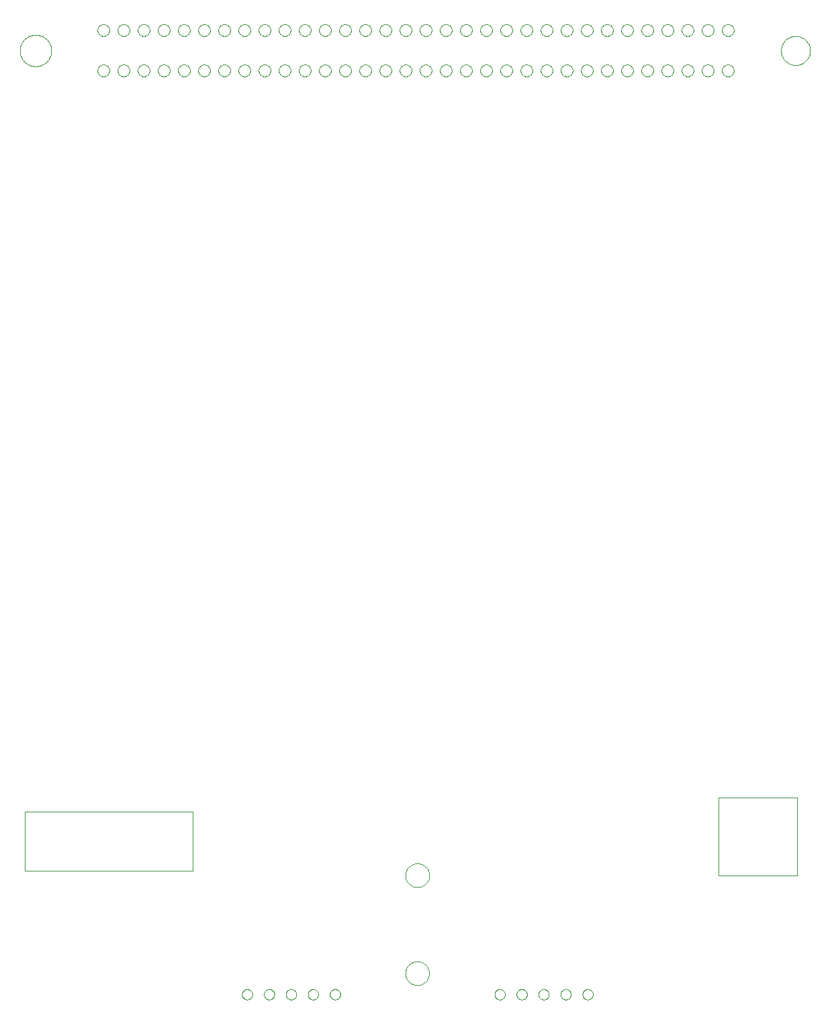
<source format=gbr>
%FSTAX44Y44*%
%MOMM*%
%SFA1B1*%

%IPPOS*%
%ADD139C,0.012700*%
%LNsega_801_remake_mechanical_1-1*%
%LPD*%
G54D139*
X009058Y00235189D02*
D01*
X00905764Y00236236*
X00905654Y00237277*
X00905473Y00238308*
X00905219Y00239324*
X00904896Y0024032*
X00904504Y0024129*
X00904045Y00242231*
X00903521Y00243138*
X00902936Y00244006*
X00902291Y00244831*
X00901591Y00245609*
X00900837Y00246337*
X00900035Y00247009*
X00899188Y00247625*
X008983Y0024818*
X00897376Y00248671*
X00896419Y00249097*
X00895436Y00249455*
X00894429Y00249744*
X00893405Y00249961*
X00892368Y00250107*
X00891324Y0025018*
X00890277*
X00889232Y00250107*
X00888196Y00249961*
X00887171Y00249744*
X00886165Y00249455*
X00885181Y00249097*
X00884225Y00248671*
X008833Y0024818*
X00882413Y00247625*
X00881565Y00247009*
X00880763Y00246337*
X0088001Y00245609*
X0087931Y00244831*
X00878665Y00244006*
X0087808Y00243138*
X00877556Y00242231*
X00877097Y0024129*
X00876705Y0024032*
X00876382Y00239324*
X00876128Y00238308*
X00875946Y00237277*
X00875837Y00236236*
X008758Y00235189*
X00875837Y00234143*
X00875946Y00233102*
X00876128Y00232071*
X00876382Y00231055*
X00876705Y00230059*
X00877097Y00229088*
X00877556Y00228147*
X0087808Y00227241*
X00878665Y00226373*
X0087931Y00225547*
X0088001Y00224769*
X00880763Y00224042*
X00881565Y00223369*
X00882413Y00222754*
X008833Y00222199*
X00884225Y00221707*
X00885181Y00221282*
X00886165Y00220924*
X00887171Y00220635*
X00888196Y00220417*
X00889232Y00220272*
X00890277Y00220198*
X00891324*
X00892368Y00220272*
X00893405Y00220417*
X00894429Y00220635*
X00895436Y00220924*
X00896419Y00221282*
X00897376Y00221707*
X008983Y00222199*
X00899188Y00222754*
X00900035Y00223369*
X00900837Y00224042*
X00901591Y00224769*
X00902291Y00225547*
X00902936Y00226373*
X00903521Y00227241*
X00904045Y00228147*
X00904504Y00229088*
X00904896Y00230059*
X00905219Y00231055*
X00905473Y00232071*
X00905654Y00233102*
X00905764Y00234143*
X009058Y00235189*
X00502444Y01300155D02*
D01*
X00502426Y01300676*
X00502372Y01301195*
X00502281Y01301708*
X00502155Y01302214*
X00501994Y0130271*
X00501799Y01303193*
X0050157Y01303661*
X0050131Y01304113*
X00501018Y01304545*
X00500697Y01304956*
X00500349Y01305343*
X00499973Y01305705*
X00499574Y0130604*
X00499152Y01306347*
X0049871Y01306623*
X0049825Y01306868*
X00497774Y0130708*
X00497284Y01307258*
X00496783Y01307402*
X00496273Y0130751*
X00495757Y01307582*
X00495237Y01307619*
X00494716*
X00494196Y01307582*
X00493679Y0130751*
X0049317Y01307402*
X00492669Y01307258*
X00492179Y0130708*
X00491703Y01306868*
X00491242Y01306623*
X004908Y01306347*
X00490379Y0130604*
X00489979Y01305705*
X00489604Y01305343*
X00489256Y01304956*
X00488935Y01304545*
X00488643Y01304113*
X00488383Y01303661*
X00488154Y01303193*
X00487959Y0130271*
X00487798Y01302214*
X00487672Y01301708*
X00487581Y01301195*
X00487527Y01300676*
X00487508Y01300155*
X00487527Y01299634*
X00487581Y01299116*
X00487672Y01298603*
X00487798Y01298097*
X00487959Y01297601*
X00488154Y01297118*
X00488383Y01296649*
X00488643Y01296198*
X00488935Y01295766*
X00489256Y01295355*
X00489604Y01294968*
X00489979Y01294605*
X00490379Y0129427*
X004908Y01293964*
X00491242Y01293688*
X00491703Y01293443*
X00492179Y01293231*
X00492669Y01293053*
X0049317Y01292909*
X00493679Y01292801*
X00494196Y01292728*
X00494716Y01292692*
X00495237*
X00495757Y01292728*
X00496273Y01292801*
X00496783Y01292909*
X00497284Y01293053*
X00497774Y01293231*
X0049825Y01293443*
X0049871Y01293688*
X00499152Y01293964*
X00499574Y0129427*
X00499973Y01294605*
X00500349Y01294968*
X00500697Y01295355*
X00501018Y01295766*
X0050131Y01296198*
X0050157Y01296649*
X00501799Y01297118*
X00501994Y01297601*
X00502155Y01298097*
X00502281Y01298603*
X00502372Y01299116*
X00502426Y01299634*
X00502444Y01300155*
X00527844D02*
D01*
X00527826Y01300676*
X00527772Y01301195*
X00527681Y01301708*
X00527555Y01302214*
X00527394Y0130271*
X00527199Y01303193*
X0052697Y01303661*
X0052671Y01304113*
X00526418Y01304545*
X00526097Y01304956*
X00525749Y01305343*
X00525373Y01305705*
X00524974Y0130604*
X00524552Y01306347*
X0052411Y01306623*
X0052365Y01306868*
X00523174Y0130708*
X00522684Y01307258*
X00522183Y01307402*
X00521673Y0130751*
X00521157Y01307582*
X00520637Y01307619*
X00520116*
X00519596Y01307582*
X00519079Y0130751*
X0051857Y01307402*
X00518069Y01307258*
X00517579Y0130708*
X00517103Y01306868*
X00516642Y01306623*
X005162Y01306347*
X00515779Y0130604*
X00515379Y01305705*
X00515004Y01305343*
X00514656Y01304956*
X00514335Y01304545*
X00514043Y01304113*
X00513783Y01303661*
X00513554Y01303193*
X00513359Y0130271*
X00513198Y01302214*
X00513072Y01301708*
X00512981Y01301195*
X00512927Y01300676*
X00512908Y01300155*
X00512927Y01299634*
X00512981Y01299116*
X00513072Y01298603*
X00513198Y01298097*
X00513359Y01297601*
X00513554Y01297118*
X00513783Y01296649*
X00514043Y01296198*
X00514335Y01295766*
X00514656Y01295355*
X00515004Y01294968*
X00515379Y01294605*
X00515779Y0129427*
X005162Y01293964*
X00516642Y01293688*
X00517103Y01293443*
X00517579Y01293231*
X00518069Y01293053*
X0051857Y01292909*
X00519079Y01292801*
X00519596Y01292728*
X00520116Y01292692*
X00520637*
X00521157Y01292728*
X00521673Y01292801*
X00522183Y01292909*
X00522684Y01293053*
X00523174Y01293231*
X0052365Y01293443*
X0052411Y01293688*
X00524552Y01293964*
X00524974Y0129427*
X00525373Y01294605*
X00525749Y01294968*
X00526097Y01295355*
X00526418Y01295766*
X0052671Y01296198*
X0052697Y01296649*
X00527199Y01297118*
X00527394Y01297601*
X00527555Y01298097*
X00527681Y01298603*
X00527772Y01299116*
X00527826Y01299634*
X00527844Y01300155*
X00553244D02*
D01*
X00553226Y01300676*
X00553172Y01301195*
X00553081Y01301708*
X00552955Y01302214*
X00552794Y0130271*
X00552599Y01303193*
X0055237Y01303661*
X0055211Y01304113*
X00551818Y01304545*
X00551497Y01304956*
X00551149Y01305343*
X00550773Y01305705*
X00550374Y0130604*
X00549952Y01306347*
X0054951Y01306623*
X0054905Y01306868*
X00548574Y0130708*
X00548084Y01307258*
X00547583Y01307402*
X00547073Y0130751*
X00546557Y01307582*
X00546037Y01307619*
X00545516*
X00544996Y01307582*
X00544479Y0130751*
X0054397Y01307402*
X00543469Y01307258*
X00542979Y0130708*
X00542503Y01306868*
X00542042Y01306623*
X005416Y01306347*
X00541179Y0130604*
X00540779Y01305705*
X00540404Y01305343*
X00540056Y01304956*
X00539735Y01304545*
X00539443Y01304113*
X00539183Y01303661*
X00538954Y01303193*
X00538759Y0130271*
X00538598Y01302214*
X00538472Y01301708*
X00538381Y01301195*
X00538327Y01300676*
X00538308Y01300155*
X00538327Y01299634*
X00538381Y01299116*
X00538472Y01298603*
X00538598Y01298097*
X00538759Y01297601*
X00538954Y01297118*
X00539183Y01296649*
X00539443Y01296198*
X00539735Y01295766*
X00540056Y01295355*
X00540404Y01294968*
X00540779Y01294605*
X00541179Y0129427*
X005416Y01293964*
X00542042Y01293688*
X00542503Y01293443*
X00542979Y01293231*
X00543469Y01293053*
X0054397Y01292909*
X00544479Y01292801*
X00544996Y01292728*
X00545516Y01292692*
X00546037*
X00546557Y01292728*
X00547073Y01292801*
X00547583Y01292909*
X00548084Y01293053*
X00548574Y01293231*
X0054905Y01293443*
X0054951Y01293688*
X00549952Y01293964*
X00550374Y0129427*
X00550773Y01294605*
X00551149Y01294968*
X00551497Y01295355*
X00551818Y01295766*
X0055211Y01296198*
X0055237Y01296649*
X00552599Y01297118*
X00552794Y01297601*
X00552955Y01298097*
X00553081Y01298603*
X00553172Y01299116*
X00553226Y01299634*
X00553244Y01300155*
X00578644D02*
D01*
X00578626Y01300676*
X00578572Y01301195*
X00578481Y01301708*
X00578355Y01302214*
X00578194Y0130271*
X00577999Y01303193*
X0057777Y01303661*
X0057751Y01304113*
X00577218Y01304545*
X00576897Y01304956*
X00576549Y01305343*
X00576173Y01305705*
X00575774Y0130604*
X00575352Y01306347*
X0057491Y01306623*
X0057445Y01306868*
X00573974Y0130708*
X00573484Y01307258*
X00572983Y01307402*
X00572473Y0130751*
X00571957Y01307582*
X00571437Y01307619*
X00570916*
X00570396Y01307582*
X00569879Y0130751*
X0056937Y01307402*
X00568869Y01307258*
X00568379Y0130708*
X00567903Y01306868*
X00567442Y01306623*
X00567Y01306347*
X00566579Y0130604*
X00566179Y01305705*
X00565804Y01305343*
X00565456Y01304956*
X00565135Y01304545*
X00564843Y01304113*
X00564583Y01303661*
X00564354Y01303193*
X00564159Y0130271*
X00563998Y01302214*
X00563872Y01301708*
X00563781Y01301195*
X00563727Y01300676*
X00563708Y01300155*
X00563727Y01299634*
X00563781Y01299116*
X00563872Y01298603*
X00563998Y01298097*
X00564159Y01297601*
X00564354Y01297118*
X00564583Y01296649*
X00564843Y01296198*
X00565135Y01295766*
X00565456Y01295355*
X00565804Y01294968*
X00566179Y01294605*
X00566579Y0129427*
X00567Y01293964*
X00567442Y01293688*
X00567903Y01293443*
X00568379Y01293231*
X00568869Y01293053*
X0056937Y01292909*
X00569879Y01292801*
X00570396Y01292728*
X00570916Y01292692*
X00571437*
X00571957Y01292728*
X00572473Y01292801*
X00572983Y01292909*
X00573484Y01293053*
X00573974Y01293231*
X0057445Y01293443*
X0057491Y01293688*
X00575352Y01293964*
X00575774Y0129427*
X00576173Y01294605*
X00576549Y01294968*
X00576897Y01295355*
X00577218Y01295766*
X0057751Y01296198*
X0057777Y01296649*
X00577999Y01297118*
X00578194Y01297601*
X00578355Y01298097*
X00578481Y01298603*
X00578572Y01299116*
X00578626Y01299634*
X00578644Y01300155*
X00604044D02*
D01*
X00604026Y01300676*
X00603972Y01301195*
X00603881Y01301708*
X00603755Y01302214*
X00603594Y0130271*
X00603399Y01303193*
X0060317Y01303661*
X0060291Y01304113*
X00602618Y01304545*
X00602297Y01304956*
X00601949Y01305343*
X00601573Y01305705*
X00601174Y0130604*
X00600752Y01306347*
X0060031Y01306623*
X0059985Y01306868*
X00599374Y0130708*
X00598884Y01307258*
X00598383Y01307402*
X00597873Y0130751*
X00597357Y01307582*
X00596837Y01307619*
X00596316*
X00595796Y01307582*
X00595279Y0130751*
X0059477Y01307402*
X00594269Y01307258*
X00593779Y0130708*
X00593303Y01306868*
X00592842Y01306623*
X005924Y01306347*
X00591979Y0130604*
X00591579Y01305705*
X00591204Y01305343*
X00590856Y01304956*
X00590535Y01304545*
X00590243Y01304113*
X00589983Y01303661*
X00589754Y01303193*
X00589559Y0130271*
X00589398Y01302214*
X00589272Y01301708*
X00589181Y01301195*
X00589127Y01300676*
X00589108Y01300155*
X00589127Y01299634*
X00589181Y01299116*
X00589272Y01298603*
X00589398Y01298097*
X00589559Y01297601*
X00589754Y01297118*
X00589983Y01296649*
X00590243Y01296198*
X00590535Y01295766*
X00590856Y01295355*
X00591204Y01294968*
X00591579Y01294605*
X00591979Y0129427*
X005924Y01293964*
X00592842Y01293688*
X00593303Y01293443*
X00593779Y01293231*
X00594269Y01293053*
X0059477Y01292909*
X00595279Y01292801*
X00595796Y01292728*
X00596316Y01292692*
X00596837*
X00597357Y01292728*
X00597873Y01292801*
X00598383Y01292909*
X00598884Y01293053*
X00599374Y01293231*
X0059985Y01293443*
X0060031Y01293688*
X00600752Y01293964*
X00601174Y0129427*
X00601573Y01294605*
X00601949Y01294968*
X00602297Y01295355*
X00602618Y01295766*
X0060291Y01296198*
X0060317Y01296649*
X00603399Y01297118*
X00603594Y01297601*
X00603755Y01298097*
X00603881Y01298603*
X00603972Y01299116*
X00604026Y01299634*
X00604044Y01300155*
X00629444D02*
D01*
X00629426Y01300676*
X00629372Y01301195*
X00629281Y01301708*
X00629155Y01302214*
X00628994Y0130271*
X00628799Y01303193*
X0062857Y01303661*
X0062831Y01304113*
X00628018Y01304545*
X00627697Y01304956*
X00627349Y01305343*
X00626973Y01305705*
X00626574Y0130604*
X00626152Y01306347*
X0062571Y01306623*
X0062525Y01306868*
X00624774Y0130708*
X00624284Y01307258*
X00623783Y01307402*
X00623273Y0130751*
X00622757Y01307582*
X00622237Y01307619*
X00621716*
X00621196Y01307582*
X00620679Y0130751*
X0062017Y01307402*
X00619669Y01307258*
X00619179Y0130708*
X00618703Y01306868*
X00618242Y01306623*
X006178Y01306347*
X00617379Y0130604*
X00616979Y01305705*
X00616604Y01305343*
X00616256Y01304956*
X00615935Y01304545*
X00615643Y01304113*
X00615383Y01303661*
X00615154Y01303193*
X00614959Y0130271*
X00614798Y01302214*
X00614672Y01301708*
X00614581Y01301195*
X00614527Y01300676*
X00614508Y01300155*
X00614527Y01299634*
X00614581Y01299116*
X00614672Y01298603*
X00614798Y01298097*
X00614959Y01297601*
X00615154Y01297118*
X00615383Y01296649*
X00615643Y01296198*
X00615935Y01295766*
X00616256Y01295355*
X00616604Y01294968*
X00616979Y01294605*
X00617379Y0129427*
X006178Y01293964*
X00618242Y01293688*
X00618703Y01293443*
X00619179Y01293231*
X00619669Y01293053*
X0062017Y01292909*
X00620679Y01292801*
X00621196Y01292728*
X00621716Y01292692*
X00622237*
X00622757Y01292728*
X00623273Y01292801*
X00623783Y01292909*
X00624284Y01293053*
X00624774Y01293231*
X0062525Y01293443*
X0062571Y01293688*
X00626152Y01293964*
X00626574Y0129427*
X00626973Y01294605*
X00627349Y01294968*
X00627697Y01295355*
X00628018Y01295766*
X0062831Y01296198*
X0062857Y01296649*
X00628799Y01297118*
X00628994Y01297601*
X00629155Y01298097*
X00629281Y01298603*
X00629372Y01299116*
X00629426Y01299634*
X00629444Y01300155*
X00654844D02*
D01*
X00654826Y01300676*
X00654772Y01301195*
X00654681Y01301708*
X00654555Y01302214*
X00654394Y0130271*
X00654199Y01303193*
X0065397Y01303661*
X0065371Y01304113*
X00653418Y01304545*
X00653097Y01304956*
X00652749Y01305343*
X00652373Y01305705*
X00651974Y0130604*
X00651552Y01306347*
X0065111Y01306623*
X0065065Y01306868*
X00650174Y0130708*
X00649684Y01307258*
X00649183Y01307402*
X00648673Y0130751*
X00648157Y01307582*
X00647637Y01307619*
X00647116*
X00646596Y01307582*
X00646079Y0130751*
X0064557Y01307402*
X00645069Y01307258*
X00644579Y0130708*
X00644103Y01306868*
X00643642Y01306623*
X006432Y01306347*
X00642779Y0130604*
X00642379Y01305705*
X00642004Y01305343*
X00641656Y01304956*
X00641335Y01304545*
X00641043Y01304113*
X00640783Y01303661*
X00640554Y01303193*
X00640359Y0130271*
X00640198Y01302214*
X00640072Y01301708*
X00639981Y01301195*
X00639927Y01300676*
X00639908Y01300155*
X00639927Y01299634*
X00639981Y01299116*
X00640072Y01298603*
X00640198Y01298097*
X00640359Y01297601*
X00640554Y01297118*
X00640783Y01296649*
X00641043Y01296198*
X00641335Y01295766*
X00641656Y01295355*
X00642004Y01294968*
X00642379Y01294605*
X00642779Y0129427*
X006432Y01293964*
X00643642Y01293688*
X00644103Y01293443*
X00644579Y01293231*
X00645069Y01293053*
X0064557Y01292909*
X00646079Y01292801*
X00646596Y01292728*
X00647116Y01292692*
X00647637*
X00648157Y01292728*
X00648673Y01292801*
X00649183Y01292909*
X00649684Y01293053*
X00650174Y01293231*
X0065065Y01293443*
X0065111Y01293688*
X00651552Y01293964*
X00651974Y0129427*
X00652373Y01294605*
X00652749Y01294968*
X00653097Y01295355*
X00653418Y01295766*
X0065371Y01296198*
X0065397Y01296649*
X00654199Y01297118*
X00654394Y01297601*
X00654555Y01298097*
X00654681Y01298603*
X00654772Y01299116*
X00654826Y01299634*
X00654844Y01300155*
X00680244D02*
D01*
X00680226Y01300676*
X00680172Y01301195*
X00680081Y01301708*
X00679955Y01302214*
X00679794Y0130271*
X00679599Y01303193*
X0067937Y01303661*
X0067911Y01304113*
X00678818Y01304545*
X00678497Y01304956*
X00678149Y01305343*
X00677773Y01305705*
X00677374Y0130604*
X00676952Y01306347*
X0067651Y01306623*
X0067605Y01306868*
X00675574Y0130708*
X00675084Y01307258*
X00674583Y01307402*
X00674073Y0130751*
X00673557Y01307582*
X00673037Y01307619*
X00672516*
X00671996Y01307582*
X00671479Y0130751*
X0067097Y01307402*
X00670469Y01307258*
X00669979Y0130708*
X00669503Y01306868*
X00669042Y01306623*
X006686Y01306347*
X00668179Y0130604*
X00667779Y01305705*
X00667404Y01305343*
X00667056Y01304956*
X00666735Y01304545*
X00666443Y01304113*
X00666183Y01303661*
X00665954Y01303193*
X00665759Y0130271*
X00665598Y01302214*
X00665472Y01301708*
X00665381Y01301195*
X00665327Y01300676*
X00665308Y01300155*
X00665327Y01299634*
X00665381Y01299116*
X00665472Y01298603*
X00665598Y01298097*
X00665759Y01297601*
X00665954Y01297118*
X00666183Y01296649*
X00666443Y01296198*
X00666735Y01295766*
X00667056Y01295355*
X00667404Y01294968*
X00667779Y01294605*
X00668179Y0129427*
X006686Y01293964*
X00669042Y01293688*
X00669503Y01293443*
X00669979Y01293231*
X00670469Y01293053*
X0067097Y01292909*
X00671479Y01292801*
X00671996Y01292728*
X00672516Y01292692*
X00673037*
X00673557Y01292728*
X00674073Y01292801*
X00674583Y01292909*
X00675084Y01293053*
X00675574Y01293231*
X0067605Y01293443*
X0067651Y01293688*
X00676952Y01293964*
X00677374Y0129427*
X00677773Y01294605*
X00678149Y01294968*
X00678497Y01295355*
X00678818Y01295766*
X0067911Y01296198*
X0067937Y01296649*
X00679599Y01297118*
X00679794Y01297601*
X00679955Y01298097*
X00680081Y01298603*
X00680172Y01299116*
X00680226Y01299634*
X00680244Y01300155*
X00705644D02*
D01*
X00705626Y01300676*
X00705572Y01301195*
X00705481Y01301708*
X00705355Y01302214*
X00705194Y0130271*
X00704999Y01303193*
X0070477Y01303661*
X0070451Y01304113*
X00704218Y01304545*
X00703897Y01304956*
X00703549Y01305343*
X00703173Y01305705*
X00702774Y0130604*
X00702352Y01306347*
X0070191Y01306623*
X0070145Y01306868*
X00700974Y0130708*
X00700484Y01307258*
X00699983Y01307402*
X00699473Y0130751*
X00698957Y01307582*
X00698437Y01307619*
X00697916*
X00697396Y01307582*
X00696879Y0130751*
X0069637Y01307402*
X00695869Y01307258*
X00695379Y0130708*
X00694903Y01306868*
X00694442Y01306623*
X00694Y01306347*
X00693579Y0130604*
X00693179Y01305705*
X00692804Y01305343*
X00692456Y01304956*
X00692135Y01304545*
X00691843Y01304113*
X00691583Y01303661*
X00691354Y01303193*
X00691159Y0130271*
X00690998Y01302214*
X00690872Y01301708*
X00690781Y01301195*
X00690727Y01300676*
X00690708Y01300155*
X00690727Y01299634*
X00690781Y01299116*
X00690872Y01298603*
X00690998Y01298097*
X00691159Y01297601*
X00691354Y01297118*
X00691583Y01296649*
X00691843Y01296198*
X00692135Y01295766*
X00692456Y01295355*
X00692804Y01294968*
X00693179Y01294605*
X00693579Y0129427*
X00694Y01293964*
X00694442Y01293688*
X00694903Y01293443*
X00695379Y01293231*
X00695869Y01293053*
X0069637Y01292909*
X00696879Y01292801*
X00697396Y01292728*
X00697916Y01292692*
X00698437*
X00698957Y01292728*
X00699473Y01292801*
X00699983Y01292909*
X00700484Y01293053*
X00700974Y01293231*
X0070145Y01293443*
X0070191Y01293688*
X00702352Y01293964*
X00702774Y0129427*
X00703173Y01294605*
X00703549Y01294968*
X00703897Y01295355*
X00704218Y01295766*
X0070451Y01296198*
X0070477Y01296649*
X00704999Y01297118*
X00705194Y01297601*
X00705355Y01298097*
X00705481Y01298603*
X00705572Y01299116*
X00705626Y01299634*
X00705644Y01300155*
X00731044D02*
D01*
X00731026Y01300676*
X00730972Y01301195*
X00730881Y01301708*
X00730755Y01302214*
X00730594Y0130271*
X00730399Y01303193*
X0073017Y01303661*
X0072991Y01304113*
X00729618Y01304545*
X00729297Y01304956*
X00728949Y01305343*
X00728573Y01305705*
X00728174Y0130604*
X00727752Y01306347*
X0072731Y01306623*
X0072685Y01306868*
X00726374Y0130708*
X00725884Y01307258*
X00725383Y01307402*
X00724873Y0130751*
X00724357Y01307582*
X00723837Y01307619*
X00723316*
X00722796Y01307582*
X00722279Y0130751*
X0072177Y01307402*
X00721269Y01307258*
X00720779Y0130708*
X00720303Y01306868*
X00719842Y01306623*
X007194Y01306347*
X00718979Y0130604*
X00718579Y01305705*
X00718204Y01305343*
X00717856Y01304956*
X00717535Y01304545*
X00717243Y01304113*
X00716983Y01303661*
X00716754Y01303193*
X00716559Y0130271*
X00716398Y01302214*
X00716272Y01301708*
X00716181Y01301195*
X00716127Y01300676*
X00716108Y01300155*
X00716127Y01299634*
X00716181Y01299116*
X00716272Y01298603*
X00716398Y01298097*
X00716559Y01297601*
X00716754Y01297118*
X00716983Y01296649*
X00717243Y01296198*
X00717535Y01295766*
X00717856Y01295355*
X00718204Y01294968*
X00718579Y01294605*
X00718979Y0129427*
X007194Y01293964*
X00719842Y01293688*
X00720303Y01293443*
X00720779Y01293231*
X00721269Y01293053*
X0072177Y01292909*
X00722279Y01292801*
X00722796Y01292728*
X00723316Y01292692*
X00723837*
X00724357Y01292728*
X00724873Y01292801*
X00725383Y01292909*
X00725884Y01293053*
X00726374Y01293231*
X0072685Y01293443*
X0072731Y01293688*
X00727752Y01293964*
X00728174Y0129427*
X00728573Y01294605*
X00728949Y01294968*
X00729297Y01295355*
X00729618Y01295766*
X0072991Y01296198*
X0073017Y01296649*
X00730399Y01297118*
X00730594Y01297601*
X00730755Y01298097*
X00730881Y01298603*
X00730972Y01299116*
X00731026Y01299634*
X00731044Y01300155*
X00756444D02*
D01*
X00756426Y01300676*
X00756372Y01301195*
X00756281Y01301708*
X00756155Y01302214*
X00755994Y0130271*
X00755799Y01303193*
X0075557Y01303661*
X0075531Y01304113*
X00755018Y01304545*
X00754697Y01304956*
X00754349Y01305343*
X00753973Y01305705*
X00753574Y0130604*
X00753152Y01306347*
X0075271Y01306623*
X0075225Y01306868*
X00751774Y0130708*
X00751284Y01307258*
X00750783Y01307402*
X00750273Y0130751*
X00749757Y01307582*
X00749237Y01307619*
X00748716*
X00748196Y01307582*
X00747679Y0130751*
X0074717Y01307402*
X00746669Y01307258*
X00746179Y0130708*
X00745703Y01306868*
X00745242Y01306623*
X007448Y01306347*
X00744379Y0130604*
X00743979Y01305705*
X00743604Y01305343*
X00743256Y01304956*
X00742935Y01304545*
X00742643Y01304113*
X00742383Y01303661*
X00742154Y01303193*
X00741959Y0130271*
X00741798Y01302214*
X00741672Y01301708*
X00741581Y01301195*
X00741527Y01300676*
X00741508Y01300155*
X00741527Y01299634*
X00741581Y01299116*
X00741672Y01298603*
X00741798Y01298097*
X00741959Y01297601*
X00742154Y01297118*
X00742383Y01296649*
X00742643Y01296198*
X00742935Y01295766*
X00743256Y01295355*
X00743604Y01294968*
X00743979Y01294605*
X00744379Y0129427*
X007448Y01293964*
X00745242Y01293688*
X00745703Y01293443*
X00746179Y01293231*
X00746669Y01293053*
X0074717Y01292909*
X00747679Y01292801*
X00748196Y01292728*
X00748716Y01292692*
X00749237*
X00749757Y01292728*
X00750273Y01292801*
X00750783Y01292909*
X00751284Y01293053*
X00751774Y01293231*
X0075225Y01293443*
X0075271Y01293688*
X00753152Y01293964*
X00753574Y0129427*
X00753973Y01294605*
X00754349Y01294968*
X00754697Y01295355*
X00755018Y01295766*
X0075531Y01296198*
X0075557Y01296649*
X00755799Y01297118*
X00755994Y01297601*
X00756155Y01298097*
X00756281Y01298603*
X00756372Y01299116*
X00756426Y01299634*
X00756444Y01300155*
X00781844D02*
D01*
X00781826Y01300676*
X00781772Y01301195*
X00781681Y01301708*
X00781555Y01302214*
X00781394Y0130271*
X00781199Y01303193*
X0078097Y01303661*
X0078071Y01304113*
X00780418Y01304545*
X00780097Y01304956*
X00779749Y01305343*
X00779373Y01305705*
X00778974Y0130604*
X00778552Y01306347*
X0077811Y01306623*
X0077765Y01306868*
X00777174Y0130708*
X00776684Y01307258*
X00776183Y01307402*
X00775673Y0130751*
X00775157Y01307582*
X00774637Y01307619*
X00774116*
X00773596Y01307582*
X00773079Y0130751*
X0077257Y01307402*
X00772069Y01307258*
X00771579Y0130708*
X00771103Y01306868*
X00770642Y01306623*
X007702Y01306347*
X00769779Y0130604*
X00769379Y01305705*
X00769004Y01305343*
X00768656Y01304956*
X00768335Y01304545*
X00768043Y01304113*
X00767783Y01303661*
X00767554Y01303193*
X00767359Y0130271*
X00767198Y01302214*
X00767072Y01301708*
X00766981Y01301195*
X00766927Y01300676*
X00766908Y01300155*
X00766927Y01299634*
X00766981Y01299116*
X00767072Y01298603*
X00767198Y01298097*
X00767359Y01297601*
X00767554Y01297118*
X00767783Y01296649*
X00768043Y01296198*
X00768335Y01295766*
X00768656Y01295355*
X00769004Y01294968*
X00769379Y01294605*
X00769779Y0129427*
X007702Y01293964*
X00770642Y01293688*
X00771103Y01293443*
X00771579Y01293231*
X00772069Y01293053*
X0077257Y01292909*
X00773079Y01292801*
X00773596Y01292728*
X00774116Y01292692*
X00774637*
X00775157Y01292728*
X00775673Y01292801*
X00776183Y01292909*
X00776684Y01293053*
X00777174Y01293231*
X0077765Y01293443*
X0077811Y01293688*
X00778552Y01293964*
X00778974Y0129427*
X00779373Y01294605*
X00779749Y01294968*
X00780097Y01295355*
X00780418Y01295766*
X0078071Y01296198*
X0078097Y01296649*
X00781199Y01297118*
X00781394Y01297601*
X00781555Y01298097*
X00781681Y01298603*
X00781772Y01299116*
X00781826Y01299634*
X00781844Y01300155*
X00807244D02*
D01*
X00807226Y01300676*
X00807172Y01301195*
X00807081Y01301708*
X00806955Y01302214*
X00806794Y0130271*
X00806599Y01303193*
X0080637Y01303661*
X0080611Y01304113*
X00805818Y01304545*
X00805497Y01304956*
X00805149Y01305343*
X00804773Y01305705*
X00804374Y0130604*
X00803952Y01306347*
X0080351Y01306623*
X0080305Y01306868*
X00802574Y0130708*
X00802084Y01307258*
X00801583Y01307402*
X00801073Y0130751*
X00800557Y01307582*
X00800037Y01307619*
X00799516*
X00798996Y01307582*
X00798479Y0130751*
X0079797Y01307402*
X00797469Y01307258*
X00796979Y0130708*
X00796503Y01306868*
X00796042Y01306623*
X007956Y01306347*
X00795179Y0130604*
X00794779Y01305705*
X00794404Y01305343*
X00794056Y01304956*
X00793735Y01304545*
X00793443Y01304113*
X00793183Y01303661*
X00792954Y01303193*
X00792759Y0130271*
X00792598Y01302214*
X00792472Y01301708*
X00792381Y01301195*
X00792327Y01300676*
X00792308Y01300155*
X00792327Y01299634*
X00792381Y01299116*
X00792472Y01298603*
X00792598Y01298097*
X00792759Y01297601*
X00792954Y01297118*
X00793183Y01296649*
X00793443Y01296198*
X00793735Y01295766*
X00794056Y01295355*
X00794404Y01294968*
X00794779Y01294605*
X00795179Y0129427*
X007956Y01293964*
X00796042Y01293688*
X00796503Y01293443*
X00796979Y01293231*
X00797469Y01293053*
X0079797Y01292909*
X00798479Y01292801*
X00798996Y01292728*
X00799516Y01292692*
X00800037*
X00800557Y01292728*
X00801073Y01292801*
X00801583Y01292909*
X00802084Y01293053*
X00802574Y01293231*
X0080305Y01293443*
X0080351Y01293688*
X00803952Y01293964*
X00804374Y0129427*
X00804773Y01294605*
X00805149Y01294968*
X00805497Y01295355*
X00805818Y01295766*
X0080611Y01296198*
X0080637Y01296649*
X00806599Y01297118*
X00806794Y01297601*
X00806955Y01298097*
X00807081Y01298603*
X00807172Y01299116*
X00807226Y01299634*
X00807244Y01300155*
X00832644D02*
D01*
X00832626Y01300676*
X00832572Y01301195*
X00832481Y01301708*
X00832355Y01302214*
X00832194Y0130271*
X00831999Y01303193*
X0083177Y01303661*
X0083151Y01304113*
X00831218Y01304545*
X00830897Y01304956*
X00830549Y01305343*
X00830173Y01305705*
X00829774Y0130604*
X00829352Y01306347*
X0082891Y01306623*
X0082845Y01306868*
X00827974Y0130708*
X00827484Y01307258*
X00826983Y01307402*
X00826473Y0130751*
X00825957Y01307582*
X00825437Y01307619*
X00824916*
X00824396Y01307582*
X00823879Y0130751*
X0082337Y01307402*
X00822869Y01307258*
X00822379Y0130708*
X00821903Y01306868*
X00821442Y01306623*
X00821Y01306347*
X00820579Y0130604*
X00820179Y01305705*
X00819804Y01305343*
X00819456Y01304956*
X00819135Y01304545*
X00818843Y01304113*
X00818583Y01303661*
X00818354Y01303193*
X00818159Y0130271*
X00817998Y01302214*
X00817872Y01301708*
X00817781Y01301195*
X00817727Y01300676*
X00817708Y01300155*
X00817727Y01299634*
X00817781Y01299116*
X00817872Y01298603*
X00817998Y01298097*
X00818159Y01297601*
X00818354Y01297118*
X00818583Y01296649*
X00818843Y01296198*
X00819135Y01295766*
X00819456Y01295355*
X00819804Y01294968*
X00820179Y01294605*
X00820579Y0129427*
X00821Y01293964*
X00821442Y01293688*
X00821903Y01293443*
X00822379Y01293231*
X00822869Y01293053*
X0082337Y01292909*
X00823879Y01292801*
X00824396Y01292728*
X00824916Y01292692*
X00825437*
X00825957Y01292728*
X00826473Y01292801*
X00826983Y01292909*
X00827484Y01293053*
X00827974Y01293231*
X0082845Y01293443*
X0082891Y01293688*
X00829352Y01293964*
X00829774Y0129427*
X00830173Y01294605*
X00830549Y01294968*
X00830897Y01295355*
X00831218Y01295766*
X0083151Y01296198*
X0083177Y01296649*
X00831999Y01297118*
X00832194Y01297601*
X00832355Y01298097*
X00832481Y01298603*
X00832572Y01299116*
X00832626Y01299634*
X00832644Y01300155*
X00858044D02*
D01*
X00858026Y01300676*
X00857972Y01301195*
X00857881Y01301708*
X00857755Y01302214*
X00857594Y0130271*
X00857399Y01303193*
X0085717Y01303661*
X0085691Y01304113*
X00856618Y01304545*
X00856297Y01304956*
X00855949Y01305343*
X00855573Y01305705*
X00855174Y0130604*
X00854752Y01306347*
X0085431Y01306623*
X0085385Y01306868*
X00853374Y0130708*
X00852884Y01307258*
X00852383Y01307402*
X00851873Y0130751*
X00851357Y01307582*
X00850837Y01307619*
X00850316*
X00849796Y01307582*
X00849279Y0130751*
X0084877Y01307402*
X00848269Y01307258*
X00847779Y0130708*
X00847303Y01306868*
X00846842Y01306623*
X008464Y01306347*
X00845979Y0130604*
X00845579Y01305705*
X00845204Y01305343*
X00844856Y01304956*
X00844535Y01304545*
X00844243Y01304113*
X00843983Y01303661*
X00843754Y01303193*
X00843559Y0130271*
X00843398Y01302214*
X00843272Y01301708*
X00843181Y01301195*
X00843127Y01300676*
X00843108Y01300155*
X00843127Y01299634*
X00843181Y01299116*
X00843272Y01298603*
X00843398Y01298097*
X00843559Y01297601*
X00843754Y01297118*
X00843983Y01296649*
X00844243Y01296198*
X00844535Y01295766*
X00844856Y01295355*
X00845204Y01294968*
X00845579Y01294605*
X00845979Y0129427*
X008464Y01293964*
X00846842Y01293688*
X00847303Y01293443*
X00847779Y01293231*
X00848269Y01293053*
X0084877Y01292909*
X00849279Y01292801*
X00849796Y01292728*
X00850316Y01292692*
X00850837*
X00851357Y01292728*
X00851873Y01292801*
X00852383Y01292909*
X00852884Y01293053*
X00853374Y01293231*
X0085385Y01293443*
X0085431Y01293688*
X00854752Y01293964*
X00855174Y0129427*
X00855573Y01294605*
X00855949Y01294968*
X00856297Y01295355*
X00856618Y01295766*
X0085691Y01296198*
X0085717Y01296649*
X00857399Y01297118*
X00857594Y01297601*
X00857755Y01298097*
X00857881Y01298603*
X00857972Y01299116*
X00858026Y01299634*
X00858044Y01300155*
X00883444D02*
D01*
X00883426Y01300676*
X00883372Y01301195*
X00883281Y01301708*
X00883155Y01302214*
X00882994Y0130271*
X00882799Y01303193*
X0088257Y01303661*
X0088231Y01304113*
X00882018Y01304545*
X00881697Y01304956*
X00881349Y01305343*
X00880973Y01305705*
X00880574Y0130604*
X00880152Y01306347*
X0087971Y01306623*
X0087925Y01306868*
X00878774Y0130708*
X00878284Y01307258*
X00877783Y01307402*
X00877273Y0130751*
X00876757Y01307582*
X00876237Y01307619*
X00875716*
X00875196Y01307582*
X00874679Y0130751*
X0087417Y01307402*
X00873669Y01307258*
X00873179Y0130708*
X00872703Y01306868*
X00872242Y01306623*
X008718Y01306347*
X00871379Y0130604*
X00870979Y01305705*
X00870604Y01305343*
X00870256Y01304956*
X00869935Y01304545*
X00869643Y01304113*
X00869383Y01303661*
X00869154Y01303193*
X00868959Y0130271*
X00868798Y01302214*
X00868672Y01301708*
X00868581Y01301195*
X00868527Y01300676*
X00868508Y01300155*
X00868527Y01299634*
X00868581Y01299116*
X00868672Y01298603*
X00868798Y01298097*
X00868959Y01297601*
X00869154Y01297118*
X00869383Y01296649*
X00869643Y01296198*
X00869935Y01295766*
X00870256Y01295355*
X00870604Y01294968*
X00870979Y01294605*
X00871379Y0129427*
X008718Y01293964*
X00872242Y01293688*
X00872703Y01293443*
X00873179Y01293231*
X00873669Y01293053*
X0087417Y01292909*
X00874679Y01292801*
X00875196Y01292728*
X00875716Y01292692*
X00876237*
X00876757Y01292728*
X00877273Y01292801*
X00877783Y01292909*
X00878284Y01293053*
X00878774Y01293231*
X0087925Y01293443*
X0087971Y01293688*
X00880152Y01293964*
X00880574Y0129427*
X00880973Y01294605*
X00881349Y01294968*
X00881697Y01295355*
X00882018Y01295766*
X0088231Y01296198*
X0088257Y01296649*
X00882799Y01297118*
X00882994Y01297601*
X00883155Y01298097*
X00883281Y01298603*
X00883372Y01299116*
X00883426Y01299634*
X00883444Y01300155*
X00908844D02*
D01*
X00908826Y01300676*
X00908772Y01301195*
X00908681Y01301708*
X00908555Y01302214*
X00908394Y0130271*
X00908199Y01303193*
X0090797Y01303661*
X0090771Y01304113*
X00907418Y01304545*
X00907097Y01304956*
X00906749Y01305343*
X00906373Y01305705*
X00905974Y0130604*
X00905552Y01306347*
X0090511Y01306623*
X0090465Y01306868*
X00904174Y0130708*
X00903684Y01307258*
X00903183Y01307402*
X00902673Y0130751*
X00902157Y01307582*
X00901637Y01307619*
X00901116*
X00900596Y01307582*
X00900079Y0130751*
X0089957Y01307402*
X00899069Y01307258*
X00898579Y0130708*
X00898103Y01306868*
X00897642Y01306623*
X008972Y01306347*
X00896779Y0130604*
X00896379Y01305705*
X00896004Y01305343*
X00895656Y01304956*
X00895335Y01304545*
X00895043Y01304113*
X00894783Y01303661*
X00894554Y01303193*
X00894359Y0130271*
X00894198Y01302214*
X00894072Y01301708*
X00893981Y01301195*
X00893927Y01300676*
X00893908Y01300155*
X00893927Y01299634*
X00893981Y01299116*
X00894072Y01298603*
X00894198Y01298097*
X00894359Y01297601*
X00894554Y01297118*
X00894783Y01296649*
X00895043Y01296198*
X00895335Y01295766*
X00895656Y01295355*
X00896004Y01294968*
X00896379Y01294605*
X00896779Y0129427*
X008972Y01293964*
X00897642Y01293688*
X00898103Y01293443*
X00898579Y01293231*
X00899069Y01293053*
X0089957Y01292909*
X00900079Y01292801*
X00900596Y01292728*
X00901116Y01292692*
X00901637*
X00902157Y01292728*
X00902673Y01292801*
X00903183Y01292909*
X00903684Y01293053*
X00904174Y01293231*
X0090465Y01293443*
X0090511Y01293688*
X00905552Y01293964*
X00905974Y0129427*
X00906373Y01294605*
X00906749Y01294968*
X00907097Y01295355*
X00907418Y01295766*
X0090771Y01296198*
X0090797Y01296649*
X00908199Y01297118*
X00908394Y01297601*
X00908555Y01298097*
X00908681Y01298603*
X00908772Y01299116*
X00908826Y01299634*
X00908844Y01300155*
X00934244D02*
D01*
X00934226Y01300676*
X00934172Y01301195*
X00934081Y01301708*
X00933955Y01302214*
X00933794Y0130271*
X00933599Y01303193*
X0093337Y01303661*
X0093311Y01304113*
X00932818Y01304545*
X00932497Y01304956*
X00932149Y01305343*
X00931773Y01305705*
X00931374Y0130604*
X00930952Y01306347*
X0093051Y01306623*
X0093005Y01306868*
X00929574Y0130708*
X00929084Y01307258*
X00928583Y01307402*
X00928073Y0130751*
X00927557Y01307582*
X00927037Y01307619*
X00926516*
X00925996Y01307582*
X00925479Y0130751*
X0092497Y01307402*
X00924469Y01307258*
X00923979Y0130708*
X00923503Y01306868*
X00923042Y01306623*
X009226Y01306347*
X00922179Y0130604*
X00921779Y01305705*
X00921404Y01305343*
X00921056Y01304956*
X00920735Y01304545*
X00920443Y01304113*
X00920183Y01303661*
X00919954Y01303193*
X00919759Y0130271*
X00919598Y01302214*
X00919472Y01301708*
X00919381Y01301195*
X00919327Y01300676*
X00919308Y01300155*
X00919327Y01299634*
X00919381Y01299116*
X00919472Y01298603*
X00919598Y01298097*
X00919759Y01297601*
X00919954Y01297118*
X00920183Y01296649*
X00920443Y01296198*
X00920735Y01295766*
X00921056Y01295355*
X00921404Y01294968*
X00921779Y01294605*
X00922179Y0129427*
X009226Y01293964*
X00923042Y01293688*
X00923503Y01293443*
X00923979Y01293231*
X00924469Y01293053*
X0092497Y01292909*
X00925479Y01292801*
X00925996Y01292728*
X00926516Y01292692*
X00927037*
X00927557Y01292728*
X00928073Y01292801*
X00928583Y01292909*
X00929084Y01293053*
X00929574Y01293231*
X0093005Y01293443*
X0093051Y01293688*
X00930952Y01293964*
X00931374Y0129427*
X00931773Y01294605*
X00932149Y01294968*
X00932497Y01295355*
X00932818Y01295766*
X0093311Y01296198*
X0093337Y01296649*
X00933599Y01297118*
X00933794Y01297601*
X00933955Y01298097*
X00934081Y01298603*
X00934172Y01299116*
X00934226Y01299634*
X00934244Y01300155*
X00959644D02*
D01*
X00959626Y01300676*
X00959572Y01301195*
X00959481Y01301708*
X00959355Y01302214*
X00959194Y0130271*
X00958999Y01303193*
X0095877Y01303661*
X0095851Y01304113*
X00958218Y01304545*
X00957897Y01304956*
X00957549Y01305343*
X00957173Y01305705*
X00956774Y0130604*
X00956352Y01306347*
X0095591Y01306623*
X0095545Y01306868*
X00954974Y0130708*
X00954484Y01307258*
X00953983Y01307402*
X00953473Y0130751*
X00952957Y01307582*
X00952437Y01307619*
X00951916*
X00951396Y01307582*
X00950879Y0130751*
X0095037Y01307402*
X00949869Y01307258*
X00949379Y0130708*
X00948903Y01306868*
X00948442Y01306623*
X00948Y01306347*
X00947579Y0130604*
X00947179Y01305705*
X00946804Y01305343*
X00946456Y01304956*
X00946135Y01304545*
X00945843Y01304113*
X00945583Y01303661*
X00945354Y01303193*
X00945159Y0130271*
X00944998Y01302214*
X00944872Y01301708*
X00944781Y01301195*
X00944727Y01300676*
X00944708Y01300155*
X00944727Y01299634*
X00944781Y01299116*
X00944872Y01298603*
X00944998Y01298097*
X00945159Y01297601*
X00945354Y01297118*
X00945583Y01296649*
X00945843Y01296198*
X00946135Y01295766*
X00946456Y01295355*
X00946804Y01294968*
X00947179Y01294605*
X00947579Y0129427*
X00948Y01293964*
X00948442Y01293688*
X00948903Y01293443*
X00949379Y01293231*
X00949869Y01293053*
X0095037Y01292909*
X00950879Y01292801*
X00951396Y01292728*
X00951916Y01292692*
X00952437*
X00952957Y01292728*
X00953473Y01292801*
X00953983Y01292909*
X00954484Y01293053*
X00954974Y01293231*
X0095545Y01293443*
X0095591Y01293688*
X00956352Y01293964*
X00956774Y0129427*
X00957173Y01294605*
X00957549Y01294968*
X00957897Y01295355*
X00958218Y01295766*
X0095851Y01296198*
X0095877Y01296649*
X00958999Y01297118*
X00959194Y01297601*
X00959355Y01298097*
X00959481Y01298603*
X00959572Y01299116*
X00959626Y01299634*
X00959644Y01300155*
X00985044D02*
D01*
X00985026Y01300676*
X00984972Y01301195*
X00984881Y01301708*
X00984755Y01302214*
X00984594Y0130271*
X00984399Y01303193*
X0098417Y01303661*
X0098391Y01304113*
X00983618Y01304545*
X00983297Y01304956*
X00982949Y01305343*
X00982573Y01305705*
X00982174Y0130604*
X00981752Y01306347*
X0098131Y01306623*
X0098085Y01306868*
X00980374Y0130708*
X00979884Y01307258*
X00979383Y01307402*
X00978873Y0130751*
X00978357Y01307582*
X00977837Y01307619*
X00977316*
X00976796Y01307582*
X00976279Y0130751*
X0097577Y01307402*
X00975269Y01307258*
X00974779Y0130708*
X00974303Y01306868*
X00973842Y01306623*
X009734Y01306347*
X00972979Y0130604*
X00972579Y01305705*
X00972204Y01305343*
X00971856Y01304956*
X00971535Y01304545*
X00971243Y01304113*
X00970983Y01303661*
X00970754Y01303193*
X00970559Y0130271*
X00970398Y01302214*
X00970272Y01301708*
X00970181Y01301195*
X00970127Y01300676*
X00970108Y01300155*
X00970127Y01299634*
X00970181Y01299116*
X00970272Y01298603*
X00970398Y01298097*
X00970559Y01297601*
X00970754Y01297118*
X00970983Y01296649*
X00971243Y01296198*
X00971535Y01295766*
X00971856Y01295355*
X00972204Y01294968*
X00972579Y01294605*
X00972979Y0129427*
X009734Y01293964*
X00973842Y01293688*
X00974303Y01293443*
X00974779Y01293231*
X00975269Y01293053*
X0097577Y01292909*
X00976279Y01292801*
X00976796Y01292728*
X00977316Y01292692*
X00977837*
X00978357Y01292728*
X00978873Y01292801*
X00979383Y01292909*
X00979884Y01293053*
X00980374Y01293231*
X0098085Y01293443*
X0098131Y01293688*
X00981752Y01293964*
X00982174Y0129427*
X00982573Y01294605*
X00982949Y01294968*
X00983297Y01295355*
X00983618Y01295766*
X0098391Y01296198*
X0098417Y01296649*
X00984399Y01297118*
X00984594Y01297601*
X00984755Y01298097*
X00984881Y01298603*
X00984972Y01299116*
X00985026Y01299634*
X00985044Y01300155*
X01010444D02*
D01*
X01010426Y01300676*
X01010372Y01301195*
X01010281Y01301708*
X01010155Y01302214*
X01009994Y0130271*
X01009799Y01303193*
X0100957Y01303661*
X0100931Y01304113*
X01009018Y01304545*
X01008697Y01304956*
X01008349Y01305343*
X01007973Y01305705*
X01007574Y0130604*
X01007152Y01306347*
X0100671Y01306623*
X0100625Y01306868*
X01005774Y0130708*
X01005284Y01307258*
X01004783Y01307402*
X01004273Y0130751*
X01003757Y01307582*
X01003237Y01307619*
X01002716*
X01002196Y01307582*
X01001679Y0130751*
X0100117Y01307402*
X01000669Y01307258*
X01000179Y0130708*
X00999703Y01306868*
X00999242Y01306623*
X009988Y01306347*
X00998379Y0130604*
X00997979Y01305705*
X00997604Y01305343*
X00997256Y01304956*
X00996935Y01304545*
X00996643Y01304113*
X00996383Y01303661*
X00996154Y01303193*
X00995959Y0130271*
X00995798Y01302214*
X00995672Y01301708*
X00995581Y01301195*
X00995527Y01300676*
X00995508Y01300155*
X00995527Y01299634*
X00995581Y01299116*
X00995672Y01298603*
X00995798Y01298097*
X00995959Y01297601*
X00996154Y01297118*
X00996383Y01296649*
X00996643Y01296198*
X00996935Y01295766*
X00997256Y01295355*
X00997604Y01294968*
X00997979Y01294605*
X00998379Y0129427*
X009988Y01293964*
X00999242Y01293688*
X00999703Y01293443*
X01000179Y01293231*
X01000669Y01293053*
X0100117Y01292909*
X01001679Y01292801*
X01002196Y01292728*
X01002716Y01292692*
X01003237*
X01003757Y01292728*
X01004273Y01292801*
X01004783Y01292909*
X01005284Y01293053*
X01005774Y01293231*
X0100625Y01293443*
X0100671Y01293688*
X01007152Y01293964*
X01007574Y0129427*
X01007973Y01294605*
X01008349Y01294968*
X01008697Y01295355*
X01009018Y01295766*
X0100931Y01296198*
X0100957Y01296649*
X01009799Y01297118*
X01009994Y01297601*
X01010155Y01298097*
X01010281Y01298603*
X01010372Y01299116*
X01010426Y01299634*
X01010444Y01300155*
X01035844D02*
D01*
X01035826Y01300676*
X01035772Y01301195*
X01035681Y01301708*
X01035555Y01302214*
X01035394Y0130271*
X01035199Y01303193*
X0103497Y01303661*
X0103471Y01304113*
X01034418Y01304545*
X01034097Y01304956*
X01033749Y01305343*
X01033373Y01305705*
X01032974Y0130604*
X01032552Y01306347*
X0103211Y01306623*
X0103165Y01306868*
X01031174Y0130708*
X01030684Y01307258*
X01030183Y01307402*
X01029673Y0130751*
X01029157Y01307582*
X01028637Y01307619*
X01028116*
X01027596Y01307582*
X01027079Y0130751*
X0102657Y01307402*
X01026069Y01307258*
X01025579Y0130708*
X01025103Y01306868*
X01024642Y01306623*
X010242Y01306347*
X01023779Y0130604*
X01023379Y01305705*
X01023004Y01305343*
X01022656Y01304956*
X01022335Y01304545*
X01022043Y01304113*
X01021783Y01303661*
X01021554Y01303193*
X01021359Y0130271*
X01021198Y01302214*
X01021072Y01301708*
X01020981Y01301195*
X01020927Y01300676*
X01020908Y01300155*
X01020927Y01299634*
X01020981Y01299116*
X01021072Y01298603*
X01021198Y01298097*
X01021359Y01297601*
X01021554Y01297118*
X01021783Y01296649*
X01022043Y01296198*
X01022335Y01295766*
X01022656Y01295355*
X01023004Y01294968*
X01023379Y01294605*
X01023779Y0129427*
X010242Y01293964*
X01024642Y01293688*
X01025103Y01293443*
X01025579Y01293231*
X01026069Y01293053*
X0102657Y01292909*
X01027079Y01292801*
X01027596Y01292728*
X01028116Y01292692*
X01028637*
X01029157Y01292728*
X01029673Y01292801*
X01030183Y01292909*
X01030684Y01293053*
X01031174Y01293231*
X0103165Y01293443*
X0103211Y01293688*
X01032552Y01293964*
X01032974Y0129427*
X01033373Y01294605*
X01033749Y01294968*
X01034097Y01295355*
X01034418Y01295766*
X0103471Y01296198*
X0103497Y01296649*
X01035199Y01297118*
X01035394Y01297601*
X01035555Y01298097*
X01035681Y01298603*
X01035772Y01299116*
X01035826Y01299634*
X01035844Y01300155*
X01061244D02*
D01*
X01061226Y01300676*
X01061172Y01301195*
X01061081Y01301708*
X01060955Y01302214*
X01060794Y0130271*
X01060599Y01303193*
X0106037Y01303661*
X0106011Y01304113*
X01059818Y01304545*
X01059497Y01304956*
X01059149Y01305343*
X01058773Y01305705*
X01058374Y0130604*
X01057952Y01306347*
X0105751Y01306623*
X0105705Y01306868*
X01056574Y0130708*
X01056084Y01307258*
X01055583Y01307402*
X01055073Y0130751*
X01054557Y01307582*
X01054037Y01307619*
X01053516*
X01052996Y01307582*
X01052479Y0130751*
X0105197Y01307402*
X01051469Y01307258*
X01050979Y0130708*
X01050503Y01306868*
X01050042Y01306623*
X010496Y01306347*
X01049179Y0130604*
X01048779Y01305705*
X01048404Y01305343*
X01048056Y01304956*
X01047735Y01304545*
X01047443Y01304113*
X01047183Y01303661*
X01046954Y01303193*
X01046759Y0130271*
X01046598Y01302214*
X01046472Y01301708*
X01046381Y01301195*
X01046327Y01300676*
X01046308Y01300155*
X01046327Y01299634*
X01046381Y01299116*
X01046472Y01298603*
X01046598Y01298097*
X01046759Y01297601*
X01046954Y01297118*
X01047183Y01296649*
X01047443Y01296198*
X01047735Y01295766*
X01048056Y01295355*
X01048404Y01294968*
X01048779Y01294605*
X01049179Y0129427*
X010496Y01293964*
X01050042Y01293688*
X01050503Y01293443*
X01050979Y01293231*
X01051469Y01293053*
X0105197Y01292909*
X01052479Y01292801*
X01052996Y01292728*
X01053516Y01292692*
X01054037*
X01054557Y01292728*
X01055073Y01292801*
X01055583Y01292909*
X01056084Y01293053*
X01056574Y01293231*
X0105705Y01293443*
X0105751Y01293688*
X01057952Y01293964*
X01058374Y0129427*
X01058773Y01294605*
X01059149Y01294968*
X01059497Y01295355*
X01059818Y01295766*
X0106011Y01296198*
X0106037Y01296649*
X01060599Y01297118*
X01060794Y01297601*
X01060955Y01298097*
X01061081Y01298603*
X01061172Y01299116*
X01061226Y01299634*
X01061244Y01300155*
X01086644D02*
D01*
X01086626Y01300676*
X01086572Y01301195*
X01086481Y01301708*
X01086355Y01302214*
X01086194Y0130271*
X01085999Y01303193*
X0108577Y01303661*
X0108551Y01304113*
X01085218Y01304545*
X01084897Y01304956*
X01084549Y01305343*
X01084173Y01305705*
X01083774Y0130604*
X01083352Y01306347*
X0108291Y01306623*
X0108245Y01306868*
X01081974Y0130708*
X01081484Y01307258*
X01080983Y01307402*
X01080473Y0130751*
X01079957Y01307582*
X01079437Y01307619*
X01078916*
X01078396Y01307582*
X01077879Y0130751*
X0107737Y01307402*
X01076869Y01307258*
X01076379Y0130708*
X01075903Y01306868*
X01075442Y01306623*
X01075Y01306347*
X01074579Y0130604*
X01074179Y01305705*
X01073804Y01305343*
X01073456Y01304956*
X01073135Y01304545*
X01072843Y01304113*
X01072583Y01303661*
X01072354Y01303193*
X01072159Y0130271*
X01071998Y01302214*
X01071872Y01301708*
X01071781Y01301195*
X01071727Y01300676*
X01071708Y01300155*
X01071727Y01299634*
X01071781Y01299116*
X01071872Y01298603*
X01071998Y01298097*
X01072159Y01297601*
X01072354Y01297118*
X01072583Y01296649*
X01072843Y01296198*
X01073135Y01295766*
X01073456Y01295355*
X01073804Y01294968*
X01074179Y01294605*
X01074579Y0129427*
X01075Y01293964*
X01075442Y01293688*
X01075903Y01293443*
X01076379Y01293231*
X01076869Y01293053*
X0107737Y01292909*
X01077879Y01292801*
X01078396Y01292728*
X01078916Y01292692*
X01079437*
X01079957Y01292728*
X01080473Y01292801*
X01080983Y01292909*
X01081484Y01293053*
X01081974Y01293231*
X0108245Y01293443*
X0108291Y01293688*
X01083352Y01293964*
X01083774Y0129427*
X01084173Y01294605*
X01084549Y01294968*
X01084897Y01295355*
X01085218Y01295766*
X0108551Y01296198*
X0108577Y01296649*
X01085999Y01297118*
X01086194Y01297601*
X01086355Y01298097*
X01086481Y01298603*
X01086572Y01299116*
X01086626Y01299634*
X01086644Y01300155*
X01112044D02*
D01*
X01112026Y01300676*
X01111972Y01301195*
X01111881Y01301708*
X01111755Y01302214*
X01111594Y0130271*
X01111399Y01303193*
X0111117Y01303661*
X0111091Y01304113*
X01110618Y01304545*
X01110297Y01304956*
X01109949Y01305343*
X01109573Y01305705*
X01109174Y0130604*
X01108752Y01306347*
X0110831Y01306623*
X0110785Y01306868*
X01107374Y0130708*
X01106884Y01307258*
X01106383Y01307402*
X01105873Y0130751*
X01105357Y01307582*
X01104837Y01307619*
X01104316*
X01103796Y01307582*
X01103279Y0130751*
X0110277Y01307402*
X01102269Y01307258*
X01101779Y0130708*
X01101303Y01306868*
X01100842Y01306623*
X011004Y01306347*
X01099979Y0130604*
X01099579Y01305705*
X01099204Y01305343*
X01098856Y01304956*
X01098535Y01304545*
X01098243Y01304113*
X01097983Y01303661*
X01097754Y01303193*
X01097559Y0130271*
X01097398Y01302214*
X01097272Y01301708*
X01097181Y01301195*
X01097127Y01300676*
X01097108Y01300155*
X01097127Y01299634*
X01097181Y01299116*
X01097272Y01298603*
X01097398Y01298097*
X01097559Y01297601*
X01097754Y01297118*
X01097983Y01296649*
X01098243Y01296198*
X01098535Y01295766*
X01098856Y01295355*
X01099204Y01294968*
X01099579Y01294605*
X01099979Y0129427*
X011004Y01293964*
X01100842Y01293688*
X01101303Y01293443*
X01101779Y01293231*
X01102269Y01293053*
X0110277Y01292909*
X01103279Y01292801*
X01103796Y01292728*
X01104316Y01292692*
X01104837*
X01105357Y01292728*
X01105873Y01292801*
X01106383Y01292909*
X01106884Y01293053*
X01107374Y01293231*
X0110785Y01293443*
X0110831Y01293688*
X01108752Y01293964*
X01109174Y0129427*
X01109573Y01294605*
X01109949Y01294968*
X01110297Y01295355*
X01110618Y01295766*
X0111091Y01296198*
X0111117Y01296649*
X01111399Y01297118*
X01111594Y01297601*
X01111755Y01298097*
X01111881Y01298603*
X01111972Y01299116*
X01112026Y01299634*
X01112044Y01300155*
X01137444D02*
D01*
X01137426Y01300676*
X01137372Y01301195*
X01137281Y01301708*
X01137155Y01302214*
X01136994Y0130271*
X01136799Y01303193*
X0113657Y01303661*
X0113631Y01304113*
X01136018Y01304545*
X01135697Y01304956*
X01135349Y01305343*
X01134973Y01305705*
X01134574Y0130604*
X01134152Y01306347*
X0113371Y01306623*
X0113325Y01306868*
X01132774Y0130708*
X01132284Y01307258*
X01131783Y01307402*
X01131273Y0130751*
X01130757Y01307582*
X01130237Y01307619*
X01129716*
X01129196Y01307582*
X01128679Y0130751*
X0112817Y01307402*
X01127669Y01307258*
X01127179Y0130708*
X01126703Y01306868*
X01126242Y01306623*
X011258Y01306347*
X01125379Y0130604*
X01124979Y01305705*
X01124604Y01305343*
X01124256Y01304956*
X01123935Y01304545*
X01123643Y01304113*
X01123383Y01303661*
X01123154Y01303193*
X01122959Y0130271*
X01122798Y01302214*
X01122672Y01301708*
X01122581Y01301195*
X01122527Y01300676*
X01122508Y01300155*
X01122527Y01299634*
X01122581Y01299116*
X01122672Y01298603*
X01122798Y01298097*
X01122959Y01297601*
X01123154Y01297118*
X01123383Y01296649*
X01123643Y01296198*
X01123935Y01295766*
X01124256Y01295355*
X01124604Y01294968*
X01124979Y01294605*
X01125379Y0129427*
X011258Y01293964*
X01126242Y01293688*
X01126703Y01293443*
X01127179Y01293231*
X01127669Y01293053*
X0112817Y01292909*
X01128679Y01292801*
X01129196Y01292728*
X01129716Y01292692*
X01130237*
X01130757Y01292728*
X01131273Y01292801*
X01131783Y01292909*
X01132284Y01293053*
X01132774Y01293231*
X0113325Y01293443*
X0113371Y01293688*
X01134152Y01293964*
X01134574Y0129427*
X01134973Y01294605*
X01135349Y01294968*
X01135697Y01295355*
X01136018Y01295766*
X0113631Y01296198*
X0113657Y01296649*
X01136799Y01297118*
X01136994Y01297601*
X01137155Y01298097*
X01137281Y01298603*
X01137372Y01299116*
X01137426Y01299634*
X01137444Y01300155*
X01162844D02*
D01*
X01162826Y01300676*
X01162772Y01301195*
X01162681Y01301708*
X01162555Y01302214*
X01162394Y0130271*
X01162199Y01303193*
X0116197Y01303661*
X0116171Y01304113*
X01161418Y01304545*
X01161097Y01304956*
X01160749Y01305343*
X01160373Y01305705*
X01159974Y0130604*
X01159552Y01306347*
X0115911Y01306623*
X0115865Y01306868*
X01158174Y0130708*
X01157684Y01307258*
X01157183Y01307402*
X01156673Y0130751*
X01156157Y01307582*
X01155637Y01307619*
X01155116*
X01154596Y01307582*
X01154079Y0130751*
X0115357Y01307402*
X01153069Y01307258*
X01152579Y0130708*
X01152103Y01306868*
X01151642Y01306623*
X011512Y01306347*
X01150779Y0130604*
X01150379Y01305705*
X01150004Y01305343*
X01149656Y01304956*
X01149335Y01304545*
X01149043Y01304113*
X01148783Y01303661*
X01148554Y01303193*
X01148359Y0130271*
X01148198Y01302214*
X01148072Y01301708*
X01147981Y01301195*
X01147927Y01300676*
X01147908Y01300155*
X01147927Y01299634*
X01147981Y01299116*
X01148072Y01298603*
X01148198Y01298097*
X01148359Y01297601*
X01148554Y01297118*
X01148783Y01296649*
X01149043Y01296198*
X01149335Y01295766*
X01149656Y01295355*
X01150004Y01294968*
X01150379Y01294605*
X01150779Y0129427*
X011512Y01293964*
X01151642Y01293688*
X01152103Y01293443*
X01152579Y01293231*
X01153069Y01293053*
X0115357Y01292909*
X01154079Y01292801*
X01154596Y01292728*
X01155116Y01292692*
X01155637*
X01156157Y01292728*
X01156673Y01292801*
X01157183Y01292909*
X01157684Y01293053*
X01158174Y01293231*
X0115865Y01293443*
X0115911Y01293688*
X01159552Y01293964*
X01159974Y0129427*
X01160373Y01294605*
X01160749Y01294968*
X01161097Y01295355*
X01161418Y01295766*
X0116171Y01296198*
X0116197Y01296649*
X01162199Y01297118*
X01162394Y01297601*
X01162555Y01298097*
X01162681Y01298603*
X01162772Y01299116*
X01162826Y01299634*
X01162844Y01300155*
X01188244D02*
D01*
X01188226Y01300676*
X01188172Y01301195*
X01188081Y01301708*
X01187955Y01302214*
X01187794Y0130271*
X01187599Y01303193*
X0118737Y01303661*
X0118711Y01304113*
X01186818Y01304545*
X01186497Y01304956*
X01186149Y01305343*
X01185773Y01305705*
X01185374Y0130604*
X01184952Y01306347*
X0118451Y01306623*
X0118405Y01306868*
X01183574Y0130708*
X01183084Y01307258*
X01182583Y01307402*
X01182073Y0130751*
X01181557Y01307582*
X01181037Y01307619*
X01180516*
X01179996Y01307582*
X01179479Y0130751*
X0117897Y01307402*
X01178469Y01307258*
X01177979Y0130708*
X01177503Y01306868*
X01177042Y01306623*
X011766Y01306347*
X01176179Y0130604*
X01175779Y01305705*
X01175404Y01305343*
X01175056Y01304956*
X01174735Y01304545*
X01174443Y01304113*
X01174183Y01303661*
X01173954Y01303193*
X01173759Y0130271*
X01173598Y01302214*
X01173472Y01301708*
X01173381Y01301195*
X01173327Y01300676*
X01173308Y01300155*
X01173327Y01299634*
X01173381Y01299116*
X01173472Y01298603*
X01173598Y01298097*
X01173759Y01297601*
X01173954Y01297118*
X01174183Y01296649*
X01174443Y01296198*
X01174735Y01295766*
X01175056Y01295355*
X01175404Y01294968*
X01175779Y01294605*
X01176179Y0129427*
X011766Y01293964*
X01177042Y01293688*
X01177503Y01293443*
X01177979Y01293231*
X01178469Y01293053*
X0117897Y01292909*
X01179479Y01292801*
X01179996Y01292728*
X01180516Y01292692*
X01181037*
X01181557Y01292728*
X01182073Y01292801*
X01182583Y01292909*
X01183084Y01293053*
X01183574Y01293231*
X0118405Y01293443*
X0118451Y01293688*
X01184952Y01293964*
X01185374Y0129427*
X01185773Y01294605*
X01186149Y01294968*
X01186497Y01295355*
X01186818Y01295766*
X0118711Y01296198*
X0118737Y01296649*
X01187599Y01297118*
X01187794Y01297601*
X01187955Y01298097*
X01188081Y01298603*
X01188172Y01299116*
X01188226Y01299634*
X01188244Y01300155*
X01213644D02*
D01*
X01213626Y01300676*
X01213572Y01301195*
X01213481Y01301708*
X01213355Y01302214*
X01213194Y0130271*
X01212999Y01303193*
X0121277Y01303661*
X0121251Y01304113*
X01212218Y01304545*
X01211897Y01304956*
X01211549Y01305343*
X01211173Y01305705*
X01210774Y0130604*
X01210352Y01306347*
X0120991Y01306623*
X0120945Y01306868*
X01208974Y0130708*
X01208484Y01307258*
X01207983Y01307402*
X01207473Y0130751*
X01206957Y01307582*
X01206437Y01307619*
X01205916*
X01205396Y01307582*
X01204879Y0130751*
X0120437Y01307402*
X01203869Y01307258*
X01203379Y0130708*
X01202903Y01306868*
X01202442Y01306623*
X01202Y01306347*
X01201579Y0130604*
X01201179Y01305705*
X01200804Y01305343*
X01200456Y01304956*
X01200135Y01304545*
X01199843Y01304113*
X01199583Y01303661*
X01199354Y01303193*
X01199159Y0130271*
X01198998Y01302214*
X01198872Y01301708*
X01198781Y01301195*
X01198727Y01300676*
X01198708Y01300155*
X01198727Y01299634*
X01198781Y01299116*
X01198872Y01298603*
X01198998Y01298097*
X01199159Y01297601*
X01199354Y01297118*
X01199583Y01296649*
X01199843Y01296198*
X01200135Y01295766*
X01200456Y01295355*
X01200804Y01294968*
X01201179Y01294605*
X01201579Y0129427*
X01202Y01293964*
X01202442Y01293688*
X01202903Y01293443*
X01203379Y01293231*
X01203869Y01293053*
X0120437Y01292909*
X01204879Y01292801*
X01205396Y01292728*
X01205916Y01292692*
X01206437*
X01206957Y01292728*
X01207473Y01292801*
X01207983Y01292909*
X01208484Y01293053*
X01208974Y01293231*
X0120945Y01293443*
X0120991Y01293688*
X01210352Y01293964*
X01210774Y0129427*
X01211173Y01294605*
X01211549Y01294968*
X01211897Y01295355*
X01212218Y01295766*
X0121251Y01296198*
X0121277Y01296649*
X01212999Y01297118*
X01213194Y01297601*
X01213355Y01298097*
X01213481Y01298603*
X01213572Y01299116*
X01213626Y01299634*
X01213644Y01300155*
X01239044D02*
D01*
X01239026Y01300676*
X01238972Y01301195*
X01238881Y01301708*
X01238755Y01302214*
X01238594Y0130271*
X01238399Y01303193*
X0123817Y01303661*
X0123791Y01304113*
X01237618Y01304545*
X01237297Y01304956*
X01236949Y01305343*
X01236573Y01305705*
X01236174Y0130604*
X01235752Y01306347*
X0123531Y01306623*
X0123485Y01306868*
X01234374Y0130708*
X01233884Y01307258*
X01233383Y01307402*
X01232873Y0130751*
X01232357Y01307582*
X01231837Y01307619*
X01231316*
X01230796Y01307582*
X01230279Y0130751*
X0122977Y01307402*
X01229269Y01307258*
X01228779Y0130708*
X01228303Y01306868*
X01227842Y01306623*
X012274Y01306347*
X01226979Y0130604*
X01226579Y01305705*
X01226204Y01305343*
X01225856Y01304956*
X01225535Y01304545*
X01225243Y01304113*
X01224983Y01303661*
X01224754Y01303193*
X01224559Y0130271*
X01224398Y01302214*
X01224272Y01301708*
X01224181Y01301195*
X01224127Y01300676*
X01224108Y01300155*
X01224127Y01299634*
X01224181Y01299116*
X01224272Y01298603*
X01224398Y01298097*
X01224559Y01297601*
X01224754Y01297118*
X01224983Y01296649*
X01225243Y01296198*
X01225535Y01295766*
X01225856Y01295355*
X01226204Y01294968*
X01226579Y01294605*
X01226979Y0129427*
X012274Y01293964*
X01227842Y01293688*
X01228303Y01293443*
X01228779Y01293231*
X01229269Y01293053*
X0122977Y01292909*
X01230279Y01292801*
X01230796Y01292728*
X01231316Y01292692*
X01231837*
X01232357Y01292728*
X01232873Y01292801*
X01233383Y01292909*
X01233884Y01293053*
X01234374Y01293231*
X0123485Y01293443*
X0123531Y01293688*
X01235752Y01293964*
X01236174Y0129427*
X01236573Y01294605*
X01236949Y01294968*
X01237297Y01295355*
X01237618Y01295766*
X0123791Y01296198*
X0123817Y01296649*
X01238399Y01297118*
X01238594Y01297601*
X01238755Y01298097*
X01238881Y01298603*
X01238972Y01299116*
X01239026Y01299634*
X01239044Y01300155*
X01264444D02*
D01*
X01264426Y01300676*
X01264372Y01301195*
X01264281Y01301708*
X01264155Y01302214*
X01263994Y0130271*
X01263799Y01303193*
X0126357Y01303661*
X0126331Y01304113*
X01263018Y01304545*
X01262697Y01304956*
X01262349Y01305343*
X01261973Y01305705*
X01261574Y0130604*
X01261152Y01306347*
X0126071Y01306623*
X0126025Y01306868*
X01259774Y0130708*
X01259284Y01307258*
X01258783Y01307402*
X01258273Y0130751*
X01257757Y01307582*
X01257237Y01307619*
X01256716*
X01256196Y01307582*
X01255679Y0130751*
X0125517Y01307402*
X01254669Y01307258*
X01254179Y0130708*
X01253703Y01306868*
X01253242Y01306623*
X012528Y01306347*
X01252379Y0130604*
X01251979Y01305705*
X01251604Y01305343*
X01251256Y01304956*
X01250935Y01304545*
X01250643Y01304113*
X01250383Y01303661*
X01250154Y01303193*
X01249959Y0130271*
X01249798Y01302214*
X01249672Y01301708*
X01249581Y01301195*
X01249527Y01300676*
X01249508Y01300155*
X01249527Y01299634*
X01249581Y01299116*
X01249672Y01298603*
X01249798Y01298097*
X01249959Y01297601*
X01250154Y01297118*
X01250383Y01296649*
X01250643Y01296198*
X01250935Y01295766*
X01251256Y01295355*
X01251604Y01294968*
X01251979Y01294605*
X01252379Y0129427*
X012528Y01293964*
X01253242Y01293688*
X01253703Y01293443*
X01254179Y01293231*
X01254669Y01293053*
X0125517Y01292909*
X01255679Y01292801*
X01256196Y01292728*
X01256716Y01292692*
X01257237*
X01257757Y01292728*
X01258273Y01292801*
X01258783Y01292909*
X01259284Y01293053*
X01259774Y01293231*
X0126025Y01293443*
X0126071Y01293688*
X01261152Y01293964*
X01261574Y0129427*
X01261973Y01294605*
X01262349Y01294968*
X01262697Y01295355*
X01263018Y01295766*
X0126331Y01296198*
X0126357Y01296649*
X01263799Y01297118*
X01263994Y01297601*
X01264155Y01298097*
X01264281Y01298603*
X01264372Y01299116*
X01264426Y01299634*
X01264444Y01300155*
X01289844D02*
D01*
X01289826Y01300676*
X01289772Y01301195*
X01289681Y01301708*
X01289555Y01302214*
X01289394Y0130271*
X01289199Y01303193*
X0128897Y01303661*
X0128871Y01304113*
X01288418Y01304545*
X01288097Y01304956*
X01287749Y01305343*
X01287373Y01305705*
X01286974Y0130604*
X01286552Y01306347*
X0128611Y01306623*
X0128565Y01306868*
X01285174Y0130708*
X01284684Y01307258*
X01284183Y01307402*
X01283673Y0130751*
X01283157Y01307582*
X01282637Y01307619*
X01282116*
X01281596Y01307582*
X01281079Y0130751*
X0128057Y01307402*
X01280069Y01307258*
X01279579Y0130708*
X01279103Y01306868*
X01278642Y01306623*
X012782Y01306347*
X01277779Y0130604*
X01277379Y01305705*
X01277004Y01305343*
X01276656Y01304956*
X01276335Y01304545*
X01276043Y01304113*
X01275783Y01303661*
X01275554Y01303193*
X01275359Y0130271*
X01275198Y01302214*
X01275072Y01301708*
X01274981Y01301195*
X01274927Y01300676*
X01274908Y01300155*
X01274927Y01299634*
X01274981Y01299116*
X01275072Y01298603*
X01275198Y01298097*
X01275359Y01297601*
X01275554Y01297118*
X01275783Y01296649*
X01276043Y01296198*
X01276335Y01295766*
X01276656Y01295355*
X01277004Y01294968*
X01277379Y01294605*
X01277779Y0129427*
X012782Y01293964*
X01278642Y01293688*
X01279103Y01293443*
X01279579Y01293231*
X01280069Y01293053*
X0128057Y01292909*
X01281079Y01292801*
X01281596Y01292728*
X01282116Y01292692*
X01282637*
X01283157Y01292728*
X01283673Y01292801*
X01284183Y01292909*
X01284684Y01293053*
X01285174Y01293231*
X0128565Y01293443*
X0128611Y01293688*
X01286552Y01293964*
X01286974Y0129427*
X01287373Y01294605*
X01287749Y01294968*
X01288097Y01295355*
X01288418Y01295766*
X0128871Y01296198*
X0128897Y01296649*
X01289199Y01297118*
X01289394Y01297601*
X01289555Y01298097*
X01289681Y01298603*
X01289772Y01299116*
X01289826Y01299634*
X01289844Y01300155*
X00527844Y01249355D02*
D01*
X00527826Y01249876*
X00527772Y01250395*
X00527681Y01250908*
X00527555Y01251414*
X00527394Y0125191*
X00527199Y01252393*
X0052697Y01252861*
X0052671Y01253313*
X00526418Y01253745*
X00526097Y01254156*
X00525749Y01254543*
X00525373Y01254905*
X00524974Y0125524*
X00524552Y01255547*
X0052411Y01255823*
X0052365Y01256068*
X00523174Y0125628*
X00522684Y01256458*
X00522183Y01256602*
X00521673Y0125671*
X00521157Y01256782*
X00520637Y01256819*
X00520116*
X00519596Y01256782*
X00519079Y0125671*
X0051857Y01256602*
X00518069Y01256458*
X00517579Y0125628*
X00517103Y01256068*
X00516642Y01255823*
X005162Y01255547*
X00515779Y0125524*
X00515379Y01254905*
X00515004Y01254543*
X00514656Y01254156*
X00514335Y01253745*
X00514043Y01253313*
X00513783Y01252861*
X00513554Y01252393*
X00513359Y0125191*
X00513198Y01251414*
X00513072Y01250908*
X00512981Y01250395*
X00512927Y01249876*
X00512908Y01249355*
X00512927Y01248834*
X00512981Y01248316*
X00513072Y01247803*
X00513198Y01247297*
X00513359Y01246801*
X00513554Y01246318*
X00513783Y01245849*
X00514043Y01245398*
X00514335Y01244966*
X00514656Y01244555*
X00515004Y01244168*
X00515379Y01243805*
X00515779Y0124347*
X005162Y01243164*
X00516642Y01242888*
X00517103Y01242643*
X00517579Y01242431*
X00518069Y01242253*
X0051857Y01242109*
X00519079Y01242001*
X00519596Y01241928*
X00520116Y01241892*
X00520637*
X00521157Y01241928*
X00521673Y01242001*
X00522183Y01242109*
X00522684Y01242253*
X00523174Y01242431*
X0052365Y01242643*
X0052411Y01242888*
X00524552Y01243164*
X00524974Y0124347*
X00525373Y01243805*
X00525749Y01244168*
X00526097Y01244555*
X00526418Y01244966*
X0052671Y01245398*
X0052697Y01245849*
X00527199Y01246318*
X00527394Y01246801*
X00527555Y01247297*
X00527681Y01247803*
X00527772Y01248316*
X00527826Y01248834*
X00527844Y01249355*
X00502444D02*
D01*
X00502426Y01249876*
X00502372Y01250395*
X00502281Y01250908*
X00502155Y01251414*
X00501994Y0125191*
X00501799Y01252393*
X0050157Y01252861*
X0050131Y01253313*
X00501018Y01253745*
X00500697Y01254156*
X00500349Y01254543*
X00499973Y01254905*
X00499574Y0125524*
X00499152Y01255547*
X0049871Y01255823*
X0049825Y01256068*
X00497774Y0125628*
X00497284Y01256458*
X00496783Y01256602*
X00496273Y0125671*
X00495757Y01256782*
X00495237Y01256819*
X00494716*
X00494196Y01256782*
X00493679Y0125671*
X0049317Y01256602*
X00492669Y01256458*
X00492179Y0125628*
X00491703Y01256068*
X00491242Y01255823*
X004908Y01255547*
X00490379Y0125524*
X00489979Y01254905*
X00489604Y01254543*
X00489256Y01254156*
X00488935Y01253745*
X00488643Y01253313*
X00488383Y01252861*
X00488154Y01252393*
X00487959Y0125191*
X00487798Y01251414*
X00487672Y01250908*
X00487581Y01250395*
X00487527Y01249876*
X00487508Y01249355*
X00487527Y01248834*
X00487581Y01248316*
X00487672Y01247803*
X00487798Y01247297*
X00487959Y01246801*
X00488154Y01246318*
X00488383Y01245849*
X00488643Y01245398*
X00488935Y01244966*
X00489256Y01244555*
X00489604Y01244168*
X00489979Y01243805*
X00490379Y0124347*
X004908Y01243164*
X00491242Y01242888*
X00491703Y01242643*
X00492179Y01242431*
X00492669Y01242253*
X0049317Y01242109*
X00493679Y01242001*
X00494196Y01241928*
X00494716Y01241892*
X00495237*
X00495757Y01241928*
X00496273Y01242001*
X00496783Y01242109*
X00497284Y01242253*
X00497774Y01242431*
X0049825Y01242643*
X0049871Y01242888*
X00499152Y01243164*
X00499574Y0124347*
X00499973Y01243805*
X00500349Y01244168*
X00500697Y01244555*
X00501018Y01244966*
X0050131Y01245398*
X0050157Y01245849*
X00501799Y01246318*
X00501994Y01246801*
X00502155Y01247297*
X00502281Y01247803*
X00502372Y01248316*
X00502426Y01248834*
X00502444Y01249355*
X00553244D02*
D01*
X00553226Y01249876*
X00553172Y01250395*
X00553081Y01250908*
X00552955Y01251414*
X00552794Y0125191*
X00552599Y01252393*
X0055237Y01252861*
X0055211Y01253313*
X00551818Y01253745*
X00551497Y01254156*
X00551149Y01254543*
X00550773Y01254905*
X00550374Y0125524*
X00549952Y01255547*
X0054951Y01255823*
X0054905Y01256068*
X00548574Y0125628*
X00548084Y01256458*
X00547583Y01256602*
X00547073Y0125671*
X00546557Y01256782*
X00546037Y01256819*
X00545516*
X00544996Y01256782*
X00544479Y0125671*
X0054397Y01256602*
X00543469Y01256458*
X00542979Y0125628*
X00542503Y01256068*
X00542042Y01255823*
X005416Y01255547*
X00541179Y0125524*
X00540779Y01254905*
X00540404Y01254543*
X00540056Y01254156*
X00539735Y01253745*
X00539443Y01253313*
X00539183Y01252861*
X00538954Y01252393*
X00538759Y0125191*
X00538598Y01251414*
X00538472Y01250908*
X00538381Y01250395*
X00538327Y01249876*
X00538308Y01249355*
X00538327Y01248834*
X00538381Y01248316*
X00538472Y01247803*
X00538598Y01247297*
X00538759Y01246801*
X00538954Y01246318*
X00539183Y01245849*
X00539443Y01245398*
X00539735Y01244966*
X00540056Y01244555*
X00540404Y01244168*
X00540779Y01243805*
X00541179Y0124347*
X005416Y01243164*
X00542042Y01242888*
X00542503Y01242643*
X00542979Y01242431*
X00543469Y01242253*
X0054397Y01242109*
X00544479Y01242001*
X00544996Y01241928*
X00545516Y01241892*
X00546037*
X00546557Y01241928*
X00547073Y01242001*
X00547583Y01242109*
X00548084Y01242253*
X00548574Y01242431*
X0054905Y01242643*
X0054951Y01242888*
X00549952Y01243164*
X00550374Y0124347*
X00550773Y01243805*
X00551149Y01244168*
X00551497Y01244555*
X00551818Y01244966*
X0055211Y01245398*
X0055237Y01245849*
X00552599Y01246318*
X00552794Y01246801*
X00552955Y01247297*
X00553081Y01247803*
X00553172Y01248316*
X00553226Y01248834*
X00553244Y01249355*
X00578644D02*
D01*
X00578626Y01249876*
X00578572Y01250395*
X00578481Y01250908*
X00578355Y01251414*
X00578194Y0125191*
X00577999Y01252393*
X0057777Y01252861*
X0057751Y01253313*
X00577218Y01253745*
X00576897Y01254156*
X00576549Y01254543*
X00576173Y01254905*
X00575774Y0125524*
X00575352Y01255547*
X0057491Y01255823*
X0057445Y01256068*
X00573974Y0125628*
X00573484Y01256458*
X00572983Y01256602*
X00572473Y0125671*
X00571957Y01256782*
X00571437Y01256819*
X00570916*
X00570396Y01256782*
X00569879Y0125671*
X0056937Y01256602*
X00568869Y01256458*
X00568379Y0125628*
X00567903Y01256068*
X00567442Y01255823*
X00567Y01255547*
X00566579Y0125524*
X00566179Y01254905*
X00565804Y01254543*
X00565456Y01254156*
X00565135Y01253745*
X00564843Y01253313*
X00564583Y01252861*
X00564354Y01252393*
X00564159Y0125191*
X00563998Y01251414*
X00563872Y01250908*
X00563781Y01250395*
X00563727Y01249876*
X00563708Y01249355*
X00563727Y01248834*
X00563781Y01248316*
X00563872Y01247803*
X00563998Y01247297*
X00564159Y01246801*
X00564354Y01246318*
X00564583Y01245849*
X00564843Y01245398*
X00565135Y01244966*
X00565456Y01244555*
X00565804Y01244168*
X00566179Y01243805*
X00566579Y0124347*
X00567Y01243164*
X00567442Y01242888*
X00567903Y01242643*
X00568379Y01242431*
X00568869Y01242253*
X0056937Y01242109*
X00569879Y01242001*
X00570396Y01241928*
X00570916Y01241892*
X00571437*
X00571957Y01241928*
X00572473Y01242001*
X00572983Y01242109*
X00573484Y01242253*
X00573974Y01242431*
X0057445Y01242643*
X0057491Y01242888*
X00575352Y01243164*
X00575774Y0124347*
X00576173Y01243805*
X00576549Y01244168*
X00576897Y01244555*
X00577218Y01244966*
X0057751Y01245398*
X0057777Y01245849*
X00577999Y01246318*
X00578194Y01246801*
X00578355Y01247297*
X00578481Y01247803*
X00578572Y01248316*
X00578626Y01248834*
X00578644Y01249355*
X00604044D02*
D01*
X00604026Y01249876*
X00603972Y01250395*
X00603881Y01250908*
X00603755Y01251414*
X00603594Y0125191*
X00603399Y01252393*
X0060317Y01252861*
X0060291Y01253313*
X00602618Y01253745*
X00602297Y01254156*
X00601949Y01254543*
X00601573Y01254905*
X00601174Y0125524*
X00600752Y01255547*
X0060031Y01255823*
X0059985Y01256068*
X00599374Y0125628*
X00598884Y01256458*
X00598383Y01256602*
X00597873Y0125671*
X00597357Y01256782*
X00596837Y01256819*
X00596316*
X00595796Y01256782*
X00595279Y0125671*
X0059477Y01256602*
X00594269Y01256458*
X00593779Y0125628*
X00593303Y01256068*
X00592842Y01255823*
X005924Y01255547*
X00591979Y0125524*
X00591579Y01254905*
X00591204Y01254543*
X00590856Y01254156*
X00590535Y01253745*
X00590243Y01253313*
X00589983Y01252861*
X00589754Y01252393*
X00589559Y0125191*
X00589398Y01251414*
X00589272Y01250908*
X00589181Y01250395*
X00589127Y01249876*
X00589108Y01249355*
X00589127Y01248834*
X00589181Y01248316*
X00589272Y01247803*
X00589398Y01247297*
X00589559Y01246801*
X00589754Y01246318*
X00589983Y01245849*
X00590243Y01245398*
X00590535Y01244966*
X00590856Y01244555*
X00591204Y01244168*
X00591579Y01243805*
X00591979Y0124347*
X005924Y01243164*
X00592842Y01242888*
X00593303Y01242643*
X00593779Y01242431*
X00594269Y01242253*
X0059477Y01242109*
X00595279Y01242001*
X00595796Y01241928*
X00596316Y01241892*
X00596837*
X00597357Y01241928*
X00597873Y01242001*
X00598383Y01242109*
X00598884Y01242253*
X00599374Y01242431*
X0059985Y01242643*
X0060031Y01242888*
X00600752Y01243164*
X00601174Y0124347*
X00601573Y01243805*
X00601949Y01244168*
X00602297Y01244555*
X00602618Y01244966*
X0060291Y01245398*
X0060317Y01245849*
X00603399Y01246318*
X00603594Y01246801*
X00603755Y01247297*
X00603881Y01247803*
X00603972Y01248316*
X00604026Y01248834*
X00604044Y01249355*
X00629444D02*
D01*
X00629426Y01249876*
X00629372Y01250395*
X00629281Y01250908*
X00629155Y01251414*
X00628994Y0125191*
X00628799Y01252393*
X0062857Y01252861*
X0062831Y01253313*
X00628018Y01253745*
X00627697Y01254156*
X00627349Y01254543*
X00626973Y01254905*
X00626574Y0125524*
X00626152Y01255547*
X0062571Y01255823*
X0062525Y01256068*
X00624774Y0125628*
X00624284Y01256458*
X00623783Y01256602*
X00623273Y0125671*
X00622757Y01256782*
X00622237Y01256819*
X00621716*
X00621196Y01256782*
X00620679Y0125671*
X0062017Y01256602*
X00619669Y01256458*
X00619179Y0125628*
X00618703Y01256068*
X00618242Y01255823*
X006178Y01255547*
X00617379Y0125524*
X00616979Y01254905*
X00616604Y01254543*
X00616256Y01254156*
X00615935Y01253745*
X00615643Y01253313*
X00615383Y01252861*
X00615154Y01252393*
X00614959Y0125191*
X00614798Y01251414*
X00614672Y01250908*
X00614581Y01250395*
X00614527Y01249876*
X00614508Y01249355*
X00614527Y01248834*
X00614581Y01248316*
X00614672Y01247803*
X00614798Y01247297*
X00614959Y01246801*
X00615154Y01246318*
X00615383Y01245849*
X00615643Y01245398*
X00615935Y01244966*
X00616256Y01244555*
X00616604Y01244168*
X00616979Y01243805*
X00617379Y0124347*
X006178Y01243164*
X00618242Y01242888*
X00618703Y01242643*
X00619179Y01242431*
X00619669Y01242253*
X0062017Y01242109*
X00620679Y01242001*
X00621196Y01241928*
X00621716Y01241892*
X00622237*
X00622757Y01241928*
X00623273Y01242001*
X00623783Y01242109*
X00624284Y01242253*
X00624774Y01242431*
X0062525Y01242643*
X0062571Y01242888*
X00626152Y01243164*
X00626574Y0124347*
X00626973Y01243805*
X00627349Y01244168*
X00627697Y01244555*
X00628018Y01244966*
X0062831Y01245398*
X0062857Y01245849*
X00628799Y01246318*
X00628994Y01246801*
X00629155Y01247297*
X00629281Y01247803*
X00629372Y01248316*
X00629426Y01248834*
X00629444Y01249355*
X00654844D02*
D01*
X00654826Y01249876*
X00654772Y01250395*
X00654681Y01250908*
X00654555Y01251414*
X00654394Y0125191*
X00654199Y01252393*
X0065397Y01252861*
X0065371Y01253313*
X00653418Y01253745*
X00653097Y01254156*
X00652749Y01254543*
X00652373Y01254905*
X00651974Y0125524*
X00651552Y01255547*
X0065111Y01255823*
X0065065Y01256068*
X00650174Y0125628*
X00649684Y01256458*
X00649183Y01256602*
X00648673Y0125671*
X00648157Y01256782*
X00647637Y01256819*
X00647116*
X00646596Y01256782*
X00646079Y0125671*
X0064557Y01256602*
X00645069Y01256458*
X00644579Y0125628*
X00644103Y01256068*
X00643642Y01255823*
X006432Y01255547*
X00642779Y0125524*
X00642379Y01254905*
X00642004Y01254543*
X00641656Y01254156*
X00641335Y01253745*
X00641043Y01253313*
X00640783Y01252861*
X00640554Y01252393*
X00640359Y0125191*
X00640198Y01251414*
X00640072Y01250908*
X00639981Y01250395*
X00639927Y01249876*
X00639908Y01249355*
X00639927Y01248834*
X00639981Y01248316*
X00640072Y01247803*
X00640198Y01247297*
X00640359Y01246801*
X00640554Y01246318*
X00640783Y01245849*
X00641043Y01245398*
X00641335Y01244966*
X00641656Y01244555*
X00642004Y01244168*
X00642379Y01243805*
X00642779Y0124347*
X006432Y01243164*
X00643642Y01242888*
X00644103Y01242643*
X00644579Y01242431*
X00645069Y01242253*
X0064557Y01242109*
X00646079Y01242001*
X00646596Y01241928*
X00647116Y01241892*
X00647637*
X00648157Y01241928*
X00648673Y01242001*
X00649183Y01242109*
X00649684Y01242253*
X00650174Y01242431*
X0065065Y01242643*
X0065111Y01242888*
X00651552Y01243164*
X00651974Y0124347*
X00652373Y01243805*
X00652749Y01244168*
X00653097Y01244555*
X00653418Y01244966*
X0065371Y01245398*
X0065397Y01245849*
X00654199Y01246318*
X00654394Y01246801*
X00654555Y01247297*
X00654681Y01247803*
X00654772Y01248316*
X00654826Y01248834*
X00654844Y01249355*
X00680244D02*
D01*
X00680226Y01249876*
X00680172Y01250395*
X00680081Y01250908*
X00679955Y01251414*
X00679794Y0125191*
X00679599Y01252393*
X0067937Y01252861*
X0067911Y01253313*
X00678818Y01253745*
X00678497Y01254156*
X00678149Y01254543*
X00677773Y01254905*
X00677374Y0125524*
X00676952Y01255547*
X0067651Y01255823*
X0067605Y01256068*
X00675574Y0125628*
X00675084Y01256458*
X00674583Y01256602*
X00674073Y0125671*
X00673557Y01256782*
X00673037Y01256819*
X00672516*
X00671996Y01256782*
X00671479Y0125671*
X0067097Y01256602*
X00670469Y01256458*
X00669979Y0125628*
X00669503Y01256068*
X00669042Y01255823*
X006686Y01255547*
X00668179Y0125524*
X00667779Y01254905*
X00667404Y01254543*
X00667056Y01254156*
X00666735Y01253745*
X00666443Y01253313*
X00666183Y01252861*
X00665954Y01252393*
X00665759Y0125191*
X00665598Y01251414*
X00665472Y01250908*
X00665381Y01250395*
X00665327Y01249876*
X00665308Y01249355*
X00665327Y01248834*
X00665381Y01248316*
X00665472Y01247803*
X00665598Y01247297*
X00665759Y01246801*
X00665954Y01246318*
X00666183Y01245849*
X00666443Y01245398*
X00666735Y01244966*
X00667056Y01244555*
X00667404Y01244168*
X00667779Y01243805*
X00668179Y0124347*
X006686Y01243164*
X00669042Y01242888*
X00669503Y01242643*
X00669979Y01242431*
X00670469Y01242253*
X0067097Y01242109*
X00671479Y01242001*
X00671996Y01241928*
X00672516Y01241892*
X00673037*
X00673557Y01241928*
X00674073Y01242001*
X00674583Y01242109*
X00675084Y01242253*
X00675574Y01242431*
X0067605Y01242643*
X0067651Y01242888*
X00676952Y01243164*
X00677374Y0124347*
X00677773Y01243805*
X00678149Y01244168*
X00678497Y01244555*
X00678818Y01244966*
X0067911Y01245398*
X0067937Y01245849*
X00679599Y01246318*
X00679794Y01246801*
X00679955Y01247297*
X00680081Y01247803*
X00680172Y01248316*
X00680226Y01248834*
X00680244Y01249355*
X01289844D02*
D01*
X01289826Y01249876*
X01289772Y01250395*
X01289681Y01250908*
X01289555Y01251414*
X01289394Y0125191*
X01289199Y01252393*
X0128897Y01252861*
X0128871Y01253313*
X01288418Y01253745*
X01288097Y01254156*
X01287749Y01254543*
X01287373Y01254905*
X01286974Y0125524*
X01286552Y01255547*
X0128611Y01255823*
X0128565Y01256068*
X01285174Y0125628*
X01284684Y01256458*
X01284183Y01256602*
X01283673Y0125671*
X01283157Y01256782*
X01282637Y01256819*
X01282116*
X01281596Y01256782*
X01281079Y0125671*
X0128057Y01256602*
X01280069Y01256458*
X01279579Y0125628*
X01279103Y01256068*
X01278642Y01255823*
X012782Y01255547*
X01277779Y0125524*
X01277379Y01254905*
X01277004Y01254543*
X01276656Y01254156*
X01276335Y01253745*
X01276043Y01253313*
X01275783Y01252861*
X01275554Y01252393*
X01275359Y0125191*
X01275198Y01251414*
X01275072Y01250908*
X01274981Y01250395*
X01274927Y01249876*
X01274908Y01249355*
X01274927Y01248834*
X01274981Y01248316*
X01275072Y01247803*
X01275198Y01247297*
X01275359Y01246801*
X01275554Y01246318*
X01275783Y01245849*
X01276043Y01245398*
X01276335Y01244966*
X01276656Y01244555*
X01277004Y01244168*
X01277379Y01243805*
X01277779Y0124347*
X012782Y01243164*
X01278642Y01242888*
X01279103Y01242643*
X01279579Y01242431*
X01280069Y01242253*
X0128057Y01242109*
X01281079Y01242001*
X01281596Y01241928*
X01282116Y01241892*
X01282637*
X01283157Y01241928*
X01283673Y01242001*
X01284183Y01242109*
X01284684Y01242253*
X01285174Y01242431*
X0128565Y01242643*
X0128611Y01242888*
X01286552Y01243164*
X01286974Y0124347*
X01287373Y01243805*
X01287749Y01244168*
X01288097Y01244555*
X01288418Y01244966*
X0128871Y01245398*
X0128897Y01245849*
X01289199Y01246318*
X01289394Y01246801*
X01289555Y01247297*
X01289681Y01247803*
X01289772Y01248316*
X01289826Y01248834*
X01289844Y01249355*
X01264444D02*
D01*
X01264426Y01249876*
X01264372Y01250395*
X01264281Y01250908*
X01264155Y01251414*
X01263994Y0125191*
X01263799Y01252393*
X0126357Y01252861*
X0126331Y01253313*
X01263018Y01253745*
X01262697Y01254156*
X01262349Y01254543*
X01261973Y01254905*
X01261574Y0125524*
X01261152Y01255547*
X0126071Y01255823*
X0126025Y01256068*
X01259774Y0125628*
X01259284Y01256458*
X01258783Y01256602*
X01258273Y0125671*
X01257757Y01256782*
X01257237Y01256819*
X01256716*
X01256196Y01256782*
X01255679Y0125671*
X0125517Y01256602*
X01254669Y01256458*
X01254179Y0125628*
X01253703Y01256068*
X01253242Y01255823*
X012528Y01255547*
X01252379Y0125524*
X01251979Y01254905*
X01251604Y01254543*
X01251256Y01254156*
X01250935Y01253745*
X01250643Y01253313*
X01250383Y01252861*
X01250154Y01252393*
X01249959Y0125191*
X01249798Y01251414*
X01249672Y01250908*
X01249581Y01250395*
X01249527Y01249876*
X01249508Y01249355*
X01249527Y01248834*
X01249581Y01248316*
X01249672Y01247803*
X01249798Y01247297*
X01249959Y01246801*
X01250154Y01246318*
X01250383Y01245849*
X01250643Y01245398*
X01250935Y01244966*
X01251256Y01244555*
X01251604Y01244168*
X01251979Y01243805*
X01252379Y0124347*
X012528Y01243164*
X01253242Y01242888*
X01253703Y01242643*
X01254179Y01242431*
X01254669Y01242253*
X0125517Y01242109*
X01255679Y01242001*
X01256196Y01241928*
X01256716Y01241892*
X01257237*
X01257757Y01241928*
X01258273Y01242001*
X01258783Y01242109*
X01259284Y01242253*
X01259774Y01242431*
X0126025Y01242643*
X0126071Y01242888*
X01261152Y01243164*
X01261574Y0124347*
X01261973Y01243805*
X01262349Y01244168*
X01262697Y01244555*
X01263018Y01244966*
X0126331Y01245398*
X0126357Y01245849*
X01263799Y01246318*
X01263994Y01246801*
X01264155Y01247297*
X01264281Y01247803*
X01264372Y01248316*
X01264426Y01248834*
X01264444Y01249355*
X01239044D02*
D01*
X01239026Y01249876*
X01238972Y01250395*
X01238881Y01250908*
X01238755Y01251414*
X01238594Y0125191*
X01238399Y01252393*
X0123817Y01252861*
X0123791Y01253313*
X01237618Y01253745*
X01237297Y01254156*
X01236949Y01254543*
X01236573Y01254905*
X01236174Y0125524*
X01235752Y01255547*
X0123531Y01255823*
X0123485Y01256068*
X01234374Y0125628*
X01233884Y01256458*
X01233383Y01256602*
X01232873Y0125671*
X01232357Y01256782*
X01231837Y01256819*
X01231316*
X01230796Y01256782*
X01230279Y0125671*
X0122977Y01256602*
X01229269Y01256458*
X01228779Y0125628*
X01228303Y01256068*
X01227842Y01255823*
X012274Y01255547*
X01226979Y0125524*
X01226579Y01254905*
X01226204Y01254543*
X01225856Y01254156*
X01225535Y01253745*
X01225243Y01253313*
X01224983Y01252861*
X01224754Y01252393*
X01224559Y0125191*
X01224398Y01251414*
X01224272Y01250908*
X01224181Y01250395*
X01224127Y01249876*
X01224108Y01249355*
X01224127Y01248834*
X01224181Y01248316*
X01224272Y01247803*
X01224398Y01247297*
X01224559Y01246801*
X01224754Y01246318*
X01224983Y01245849*
X01225243Y01245398*
X01225535Y01244966*
X01225856Y01244555*
X01226204Y01244168*
X01226579Y01243805*
X01226979Y0124347*
X012274Y01243164*
X01227842Y01242888*
X01228303Y01242643*
X01228779Y01242431*
X01229269Y01242253*
X0122977Y01242109*
X01230279Y01242001*
X01230796Y01241928*
X01231316Y01241892*
X01231837*
X01232357Y01241928*
X01232873Y01242001*
X01233383Y01242109*
X01233884Y01242253*
X01234374Y01242431*
X0123485Y01242643*
X0123531Y01242888*
X01235752Y01243164*
X01236174Y0124347*
X01236573Y01243805*
X01236949Y01244168*
X01237297Y01244555*
X01237618Y01244966*
X0123791Y01245398*
X0123817Y01245849*
X01238399Y01246318*
X01238594Y01246801*
X01238755Y01247297*
X01238881Y01247803*
X01238972Y01248316*
X01239026Y01248834*
X01239044Y01249355*
X01213644D02*
D01*
X01213626Y01249876*
X01213572Y01250395*
X01213481Y01250908*
X01213355Y01251414*
X01213194Y0125191*
X01212999Y01252393*
X0121277Y01252861*
X0121251Y01253313*
X01212218Y01253745*
X01211897Y01254156*
X01211549Y01254543*
X01211173Y01254905*
X01210774Y0125524*
X01210352Y01255547*
X0120991Y01255823*
X0120945Y01256068*
X01208974Y0125628*
X01208484Y01256458*
X01207983Y01256602*
X01207473Y0125671*
X01206957Y01256782*
X01206437Y01256819*
X01205916*
X01205396Y01256782*
X01204879Y0125671*
X0120437Y01256602*
X01203869Y01256458*
X01203379Y0125628*
X01202903Y01256068*
X01202442Y01255823*
X01202Y01255547*
X01201579Y0125524*
X01201179Y01254905*
X01200804Y01254543*
X01200456Y01254156*
X01200135Y01253745*
X01199843Y01253313*
X01199583Y01252861*
X01199354Y01252393*
X01199159Y0125191*
X01198998Y01251414*
X01198872Y01250908*
X01198781Y01250395*
X01198727Y01249876*
X01198708Y01249355*
X01198727Y01248834*
X01198781Y01248316*
X01198872Y01247803*
X01198998Y01247297*
X01199159Y01246801*
X01199354Y01246318*
X01199583Y01245849*
X01199843Y01245398*
X01200135Y01244966*
X01200456Y01244555*
X01200804Y01244168*
X01201179Y01243805*
X01201579Y0124347*
X01202Y01243164*
X01202442Y01242888*
X01202903Y01242643*
X01203379Y01242431*
X01203869Y01242253*
X0120437Y01242109*
X01204879Y01242001*
X01205396Y01241928*
X01205916Y01241892*
X01206437*
X01206957Y01241928*
X01207473Y01242001*
X01207983Y01242109*
X01208484Y01242253*
X01208974Y01242431*
X0120945Y01242643*
X0120991Y01242888*
X01210352Y01243164*
X01210774Y0124347*
X01211173Y01243805*
X01211549Y01244168*
X01211897Y01244555*
X01212218Y01244966*
X0121251Y01245398*
X0121277Y01245849*
X01212999Y01246318*
X01213194Y01246801*
X01213355Y01247297*
X01213481Y01247803*
X01213572Y01248316*
X01213626Y01248834*
X01213644Y01249355*
X01188244D02*
D01*
X01188226Y01249876*
X01188172Y01250395*
X01188081Y01250908*
X01187955Y01251414*
X01187794Y0125191*
X01187599Y01252393*
X0118737Y01252861*
X0118711Y01253313*
X01186818Y01253745*
X01186497Y01254156*
X01186149Y01254543*
X01185773Y01254905*
X01185374Y0125524*
X01184952Y01255547*
X0118451Y01255823*
X0118405Y01256068*
X01183574Y0125628*
X01183084Y01256458*
X01182583Y01256602*
X01182073Y0125671*
X01181557Y01256782*
X01181037Y01256819*
X01180516*
X01179996Y01256782*
X01179479Y0125671*
X0117897Y01256602*
X01178469Y01256458*
X01177979Y0125628*
X01177503Y01256068*
X01177042Y01255823*
X011766Y01255547*
X01176179Y0125524*
X01175779Y01254905*
X01175404Y01254543*
X01175056Y01254156*
X01174735Y01253745*
X01174443Y01253313*
X01174183Y01252861*
X01173954Y01252393*
X01173759Y0125191*
X01173598Y01251414*
X01173472Y01250908*
X01173381Y01250395*
X01173327Y01249876*
X01173308Y01249355*
X01173327Y01248834*
X01173381Y01248316*
X01173472Y01247803*
X01173598Y01247297*
X01173759Y01246801*
X01173954Y01246318*
X01174183Y01245849*
X01174443Y01245398*
X01174735Y01244966*
X01175056Y01244555*
X01175404Y01244168*
X01175779Y01243805*
X01176179Y0124347*
X011766Y01243164*
X01177042Y01242888*
X01177503Y01242643*
X01177979Y01242431*
X01178469Y01242253*
X0117897Y01242109*
X01179479Y01242001*
X01179996Y01241928*
X01180516Y01241892*
X01181037*
X01181557Y01241928*
X01182073Y01242001*
X01182583Y01242109*
X01183084Y01242253*
X01183574Y01242431*
X0118405Y01242643*
X0118451Y01242888*
X01184952Y01243164*
X01185374Y0124347*
X01185773Y01243805*
X01186149Y01244168*
X01186497Y01244555*
X01186818Y01244966*
X0118711Y01245398*
X0118737Y01245849*
X01187599Y01246318*
X01187794Y01246801*
X01187955Y01247297*
X01188081Y01247803*
X01188172Y01248316*
X01188226Y01248834*
X01188244Y01249355*
X01162844D02*
D01*
X01162826Y01249876*
X01162772Y01250395*
X01162681Y01250908*
X01162555Y01251414*
X01162394Y0125191*
X01162199Y01252393*
X0116197Y01252861*
X0116171Y01253313*
X01161418Y01253745*
X01161097Y01254156*
X01160749Y01254543*
X01160373Y01254905*
X01159974Y0125524*
X01159552Y01255547*
X0115911Y01255823*
X0115865Y01256068*
X01158174Y0125628*
X01157684Y01256458*
X01157183Y01256602*
X01156673Y0125671*
X01156157Y01256782*
X01155637Y01256819*
X01155116*
X01154596Y01256782*
X01154079Y0125671*
X0115357Y01256602*
X01153069Y01256458*
X01152579Y0125628*
X01152103Y01256068*
X01151642Y01255823*
X011512Y01255547*
X01150779Y0125524*
X01150379Y01254905*
X01150004Y01254543*
X01149656Y01254156*
X01149335Y01253745*
X01149043Y01253313*
X01148783Y01252861*
X01148554Y01252393*
X01148359Y0125191*
X01148198Y01251414*
X01148072Y01250908*
X01147981Y01250395*
X01147927Y01249876*
X01147908Y01249355*
X01147927Y01248834*
X01147981Y01248316*
X01148072Y01247803*
X01148198Y01247297*
X01148359Y01246801*
X01148554Y01246318*
X01148783Y01245849*
X01149043Y01245398*
X01149335Y01244966*
X01149656Y01244555*
X01150004Y01244168*
X01150379Y01243805*
X01150779Y0124347*
X011512Y01243164*
X01151642Y01242888*
X01152103Y01242643*
X01152579Y01242431*
X01153069Y01242253*
X0115357Y01242109*
X01154079Y01242001*
X01154596Y01241928*
X01155116Y01241892*
X01155637*
X01156157Y01241928*
X01156673Y01242001*
X01157183Y01242109*
X01157684Y01242253*
X01158174Y01242431*
X0115865Y01242643*
X0115911Y01242888*
X01159552Y01243164*
X01159974Y0124347*
X01160373Y01243805*
X01160749Y01244168*
X01161097Y01244555*
X01161418Y01244966*
X0116171Y01245398*
X0116197Y01245849*
X01162199Y01246318*
X01162394Y01246801*
X01162555Y01247297*
X01162681Y01247803*
X01162772Y01248316*
X01162826Y01248834*
X01162844Y01249355*
X01137444D02*
D01*
X01137426Y01249876*
X01137372Y01250395*
X01137281Y01250908*
X01137155Y01251414*
X01136994Y0125191*
X01136799Y01252393*
X0113657Y01252861*
X0113631Y01253313*
X01136018Y01253745*
X01135697Y01254156*
X01135349Y01254543*
X01134973Y01254905*
X01134574Y0125524*
X01134152Y01255547*
X0113371Y01255823*
X0113325Y01256068*
X01132774Y0125628*
X01132284Y01256458*
X01131783Y01256602*
X01131273Y0125671*
X01130757Y01256782*
X01130237Y01256819*
X01129716*
X01129196Y01256782*
X01128679Y0125671*
X0112817Y01256602*
X01127669Y01256458*
X01127179Y0125628*
X01126703Y01256068*
X01126242Y01255823*
X011258Y01255547*
X01125379Y0125524*
X01124979Y01254905*
X01124604Y01254543*
X01124256Y01254156*
X01123935Y01253745*
X01123643Y01253313*
X01123383Y01252861*
X01123154Y01252393*
X01122959Y0125191*
X01122798Y01251414*
X01122672Y01250908*
X01122581Y01250395*
X01122527Y01249876*
X01122508Y01249355*
X01122527Y01248834*
X01122581Y01248316*
X01122672Y01247803*
X01122798Y01247297*
X01122959Y01246801*
X01123154Y01246318*
X01123383Y01245849*
X01123643Y01245398*
X01123935Y01244966*
X01124256Y01244555*
X01124604Y01244168*
X01124979Y01243805*
X01125379Y0124347*
X011258Y01243164*
X01126242Y01242888*
X01126703Y01242643*
X01127179Y01242431*
X01127669Y01242253*
X0112817Y01242109*
X01128679Y01242001*
X01129196Y01241928*
X01129716Y01241892*
X01130237*
X01130757Y01241928*
X01131273Y01242001*
X01131783Y01242109*
X01132284Y01242253*
X01132774Y01242431*
X0113325Y01242643*
X0113371Y01242888*
X01134152Y01243164*
X01134574Y0124347*
X01134973Y01243805*
X01135349Y01244168*
X01135697Y01244555*
X01136018Y01244966*
X0113631Y01245398*
X0113657Y01245849*
X01136799Y01246318*
X01136994Y01246801*
X01137155Y01247297*
X01137281Y01247803*
X01137372Y01248316*
X01137426Y01248834*
X01137444Y01249355*
X01112044D02*
D01*
X01112026Y01249876*
X01111972Y01250395*
X01111881Y01250908*
X01111755Y01251414*
X01111594Y0125191*
X01111399Y01252393*
X0111117Y01252861*
X0111091Y01253313*
X01110618Y01253745*
X01110297Y01254156*
X01109949Y01254543*
X01109573Y01254905*
X01109174Y0125524*
X01108752Y01255547*
X0110831Y01255823*
X0110785Y01256068*
X01107374Y0125628*
X01106884Y01256458*
X01106383Y01256602*
X01105873Y0125671*
X01105357Y01256782*
X01104837Y01256819*
X01104316*
X01103796Y01256782*
X01103279Y0125671*
X0110277Y01256602*
X01102269Y01256458*
X01101779Y0125628*
X01101303Y01256068*
X01100842Y01255823*
X011004Y01255547*
X01099979Y0125524*
X01099579Y01254905*
X01099204Y01254543*
X01098856Y01254156*
X01098535Y01253745*
X01098243Y01253313*
X01097983Y01252861*
X01097754Y01252393*
X01097559Y0125191*
X01097398Y01251414*
X01097272Y01250908*
X01097181Y01250395*
X01097127Y01249876*
X01097108Y01249355*
X01097127Y01248834*
X01097181Y01248316*
X01097272Y01247803*
X01097398Y01247297*
X01097559Y01246801*
X01097754Y01246318*
X01097983Y01245849*
X01098243Y01245398*
X01098535Y01244966*
X01098856Y01244555*
X01099204Y01244168*
X01099579Y01243805*
X01099979Y0124347*
X011004Y01243164*
X01100842Y01242888*
X01101303Y01242643*
X01101779Y01242431*
X01102269Y01242253*
X0110277Y01242109*
X01103279Y01242001*
X01103796Y01241928*
X01104316Y01241892*
X01104837*
X01105357Y01241928*
X01105873Y01242001*
X01106383Y01242109*
X01106884Y01242253*
X01107374Y01242431*
X0110785Y01242643*
X0110831Y01242888*
X01108752Y01243164*
X01109174Y0124347*
X01109573Y01243805*
X01109949Y01244168*
X01110297Y01244555*
X01110618Y01244966*
X0111091Y01245398*
X0111117Y01245849*
X01111399Y01246318*
X01111594Y01246801*
X01111755Y01247297*
X01111881Y01247803*
X01111972Y01248316*
X01112026Y01248834*
X01112044Y01249355*
X01086644D02*
D01*
X01086626Y01249876*
X01086572Y01250395*
X01086481Y01250908*
X01086355Y01251414*
X01086194Y0125191*
X01085999Y01252393*
X0108577Y01252861*
X0108551Y01253313*
X01085218Y01253745*
X01084897Y01254156*
X01084549Y01254543*
X01084173Y01254905*
X01083774Y0125524*
X01083352Y01255547*
X0108291Y01255823*
X0108245Y01256068*
X01081974Y0125628*
X01081484Y01256458*
X01080983Y01256602*
X01080473Y0125671*
X01079957Y01256782*
X01079437Y01256819*
X01078916*
X01078396Y01256782*
X01077879Y0125671*
X0107737Y01256602*
X01076869Y01256458*
X01076379Y0125628*
X01075903Y01256068*
X01075442Y01255823*
X01075Y01255547*
X01074579Y0125524*
X01074179Y01254905*
X01073804Y01254543*
X01073456Y01254156*
X01073135Y01253745*
X01072843Y01253313*
X01072583Y01252861*
X01072354Y01252393*
X01072159Y0125191*
X01071998Y01251414*
X01071872Y01250908*
X01071781Y01250395*
X01071727Y01249876*
X01071708Y01249355*
X01071727Y01248834*
X01071781Y01248316*
X01071872Y01247803*
X01071998Y01247297*
X01072159Y01246801*
X01072354Y01246318*
X01072583Y01245849*
X01072843Y01245398*
X01073135Y01244966*
X01073456Y01244555*
X01073804Y01244168*
X01074179Y01243805*
X01074579Y0124347*
X01075Y01243164*
X01075442Y01242888*
X01075903Y01242643*
X01076379Y01242431*
X01076869Y01242253*
X0107737Y01242109*
X01077879Y01242001*
X01078396Y01241928*
X01078916Y01241892*
X01079437*
X01079957Y01241928*
X01080473Y01242001*
X01080983Y01242109*
X01081484Y01242253*
X01081974Y01242431*
X0108245Y01242643*
X0108291Y01242888*
X01083352Y01243164*
X01083774Y0124347*
X01084173Y01243805*
X01084549Y01244168*
X01084897Y01244555*
X01085218Y01244966*
X0108551Y01245398*
X0108577Y01245849*
X01085999Y01246318*
X01086194Y01246801*
X01086355Y01247297*
X01086481Y01247803*
X01086572Y01248316*
X01086626Y01248834*
X01086644Y01249355*
X01061244D02*
D01*
X01061226Y01249876*
X01061172Y01250395*
X01061081Y01250908*
X01060955Y01251414*
X01060794Y0125191*
X01060599Y01252393*
X0106037Y01252861*
X0106011Y01253313*
X01059818Y01253745*
X01059497Y01254156*
X01059149Y01254543*
X01058773Y01254905*
X01058374Y0125524*
X01057952Y01255547*
X0105751Y01255823*
X0105705Y01256068*
X01056574Y0125628*
X01056084Y01256458*
X01055583Y01256602*
X01055073Y0125671*
X01054557Y01256782*
X01054037Y01256819*
X01053516*
X01052996Y01256782*
X01052479Y0125671*
X0105197Y01256602*
X01051469Y01256458*
X01050979Y0125628*
X01050503Y01256068*
X01050042Y01255823*
X010496Y01255547*
X01049179Y0125524*
X01048779Y01254905*
X01048404Y01254543*
X01048056Y01254156*
X01047735Y01253745*
X01047443Y01253313*
X01047183Y01252861*
X01046954Y01252393*
X01046759Y0125191*
X01046598Y01251414*
X01046472Y01250908*
X01046381Y01250395*
X01046327Y01249876*
X01046308Y01249355*
X01046327Y01248834*
X01046381Y01248316*
X01046472Y01247803*
X01046598Y01247297*
X01046759Y01246801*
X01046954Y01246318*
X01047183Y01245849*
X01047443Y01245398*
X01047735Y01244966*
X01048056Y01244555*
X01048404Y01244168*
X01048779Y01243805*
X01049179Y0124347*
X010496Y01243164*
X01050042Y01242888*
X01050503Y01242643*
X01050979Y01242431*
X01051469Y01242253*
X0105197Y01242109*
X01052479Y01242001*
X01052996Y01241928*
X01053516Y01241892*
X01054037*
X01054557Y01241928*
X01055073Y01242001*
X01055583Y01242109*
X01056084Y01242253*
X01056574Y01242431*
X0105705Y01242643*
X0105751Y01242888*
X01057952Y01243164*
X01058374Y0124347*
X01058773Y01243805*
X01059149Y01244168*
X01059497Y01244555*
X01059818Y01244966*
X0106011Y01245398*
X0106037Y01245849*
X01060599Y01246318*
X01060794Y01246801*
X01060955Y01247297*
X01061081Y01247803*
X01061172Y01248316*
X01061226Y01248834*
X01061244Y01249355*
X01035844D02*
D01*
X01035826Y01249876*
X01035772Y01250395*
X01035681Y01250908*
X01035555Y01251414*
X01035394Y0125191*
X01035199Y01252393*
X0103497Y01252861*
X0103471Y01253313*
X01034418Y01253745*
X01034097Y01254156*
X01033749Y01254543*
X01033373Y01254905*
X01032974Y0125524*
X01032552Y01255547*
X0103211Y01255823*
X0103165Y01256068*
X01031174Y0125628*
X01030684Y01256458*
X01030183Y01256602*
X01029673Y0125671*
X01029157Y01256782*
X01028637Y01256819*
X01028116*
X01027596Y01256782*
X01027079Y0125671*
X0102657Y01256602*
X01026069Y01256458*
X01025579Y0125628*
X01025103Y01256068*
X01024642Y01255823*
X010242Y01255547*
X01023779Y0125524*
X01023379Y01254905*
X01023004Y01254543*
X01022656Y01254156*
X01022335Y01253745*
X01022043Y01253313*
X01021783Y01252861*
X01021554Y01252393*
X01021359Y0125191*
X01021198Y01251414*
X01021072Y01250908*
X01020981Y01250395*
X01020927Y01249876*
X01020908Y01249355*
X01020927Y01248834*
X01020981Y01248316*
X01021072Y01247803*
X01021198Y01247297*
X01021359Y01246801*
X01021554Y01246318*
X01021783Y01245849*
X01022043Y01245398*
X01022335Y01244966*
X01022656Y01244555*
X01023004Y01244168*
X01023379Y01243805*
X01023779Y0124347*
X010242Y01243164*
X01024642Y01242888*
X01025103Y01242643*
X01025579Y01242431*
X01026069Y01242253*
X0102657Y01242109*
X01027079Y01242001*
X01027596Y01241928*
X01028116Y01241892*
X01028637*
X01029157Y01241928*
X01029673Y01242001*
X01030183Y01242109*
X01030684Y01242253*
X01031174Y01242431*
X0103165Y01242643*
X0103211Y01242888*
X01032552Y01243164*
X01032974Y0124347*
X01033373Y01243805*
X01033749Y01244168*
X01034097Y01244555*
X01034418Y01244966*
X0103471Y01245398*
X0103497Y01245849*
X01035199Y01246318*
X01035394Y01246801*
X01035555Y01247297*
X01035681Y01247803*
X01035772Y01248316*
X01035826Y01248834*
X01035844Y01249355*
X01010444D02*
D01*
X01010426Y01249876*
X01010372Y01250395*
X01010281Y01250908*
X01010155Y01251414*
X01009994Y0125191*
X01009799Y01252393*
X0100957Y01252861*
X0100931Y01253313*
X01009018Y01253745*
X01008697Y01254156*
X01008349Y01254543*
X01007973Y01254905*
X01007574Y0125524*
X01007152Y01255547*
X0100671Y01255823*
X0100625Y01256068*
X01005774Y0125628*
X01005284Y01256458*
X01004783Y01256602*
X01004273Y0125671*
X01003757Y01256782*
X01003237Y01256819*
X01002716*
X01002196Y01256782*
X01001679Y0125671*
X0100117Y01256602*
X01000669Y01256458*
X01000179Y0125628*
X00999703Y01256068*
X00999242Y01255823*
X009988Y01255547*
X00998379Y0125524*
X00997979Y01254905*
X00997604Y01254543*
X00997256Y01254156*
X00996935Y01253745*
X00996643Y01253313*
X00996383Y01252861*
X00996154Y01252393*
X00995959Y0125191*
X00995798Y01251414*
X00995672Y01250908*
X00995581Y01250395*
X00995527Y01249876*
X00995508Y01249355*
X00995527Y01248834*
X00995581Y01248316*
X00995672Y01247803*
X00995798Y01247297*
X00995959Y01246801*
X00996154Y01246318*
X00996383Y01245849*
X00996643Y01245398*
X00996935Y01244966*
X00997256Y01244555*
X00997604Y01244168*
X00997979Y01243805*
X00998379Y0124347*
X009988Y01243164*
X00999242Y01242888*
X00999703Y01242643*
X01000179Y01242431*
X01000669Y01242253*
X0100117Y01242109*
X01001679Y01242001*
X01002196Y01241928*
X01002716Y01241892*
X01003237*
X01003757Y01241928*
X01004273Y01242001*
X01004783Y01242109*
X01005284Y01242253*
X01005774Y01242431*
X0100625Y01242643*
X0100671Y01242888*
X01007152Y01243164*
X01007574Y0124347*
X01007973Y01243805*
X01008349Y01244168*
X01008697Y01244555*
X01009018Y01244966*
X0100931Y01245398*
X0100957Y01245849*
X01009799Y01246318*
X01009994Y01246801*
X01010155Y01247297*
X01010281Y01247803*
X01010372Y01248316*
X01010426Y01248834*
X01010444Y01249355*
X00985044D02*
D01*
X00985026Y01249876*
X00984972Y01250395*
X00984881Y01250908*
X00984755Y01251414*
X00984594Y0125191*
X00984399Y01252393*
X0098417Y01252861*
X0098391Y01253313*
X00983618Y01253745*
X00983297Y01254156*
X00982949Y01254543*
X00982573Y01254905*
X00982174Y0125524*
X00981752Y01255547*
X0098131Y01255823*
X0098085Y01256068*
X00980374Y0125628*
X00979884Y01256458*
X00979383Y01256602*
X00978873Y0125671*
X00978357Y01256782*
X00977837Y01256819*
X00977316*
X00976796Y01256782*
X00976279Y0125671*
X0097577Y01256602*
X00975269Y01256458*
X00974779Y0125628*
X00974303Y01256068*
X00973842Y01255823*
X009734Y01255547*
X00972979Y0125524*
X00972579Y01254905*
X00972204Y01254543*
X00971856Y01254156*
X00971535Y01253745*
X00971243Y01253313*
X00970983Y01252861*
X00970754Y01252393*
X00970559Y0125191*
X00970398Y01251414*
X00970272Y01250908*
X00970181Y01250395*
X00970127Y01249876*
X00970108Y01249355*
X00970127Y01248834*
X00970181Y01248316*
X00970272Y01247803*
X00970398Y01247297*
X00970559Y01246801*
X00970754Y01246318*
X00970983Y01245849*
X00971243Y01245398*
X00971535Y01244966*
X00971856Y01244555*
X00972204Y01244168*
X00972579Y01243805*
X00972979Y0124347*
X009734Y01243164*
X00973842Y01242888*
X00974303Y01242643*
X00974779Y01242431*
X00975269Y01242253*
X0097577Y01242109*
X00976279Y01242001*
X00976796Y01241928*
X00977316Y01241892*
X00977837*
X00978357Y01241928*
X00978873Y01242001*
X00979383Y01242109*
X00979884Y01242253*
X00980374Y01242431*
X0098085Y01242643*
X0098131Y01242888*
X00981752Y01243164*
X00982174Y0124347*
X00982573Y01243805*
X00982949Y01244168*
X00983297Y01244555*
X00983618Y01244966*
X0098391Y01245398*
X0098417Y01245849*
X00984399Y01246318*
X00984594Y01246801*
X00984755Y01247297*
X00984881Y01247803*
X00984972Y01248316*
X00985026Y01248834*
X00985044Y01249355*
X00959644D02*
D01*
X00959626Y01249876*
X00959572Y01250395*
X00959481Y01250908*
X00959355Y01251414*
X00959194Y0125191*
X00958999Y01252393*
X0095877Y01252861*
X0095851Y01253313*
X00958218Y01253745*
X00957897Y01254156*
X00957549Y01254543*
X00957173Y01254905*
X00956774Y0125524*
X00956352Y01255547*
X0095591Y01255823*
X0095545Y01256068*
X00954974Y0125628*
X00954484Y01256458*
X00953983Y01256602*
X00953473Y0125671*
X00952957Y01256782*
X00952437Y01256819*
X00951916*
X00951396Y01256782*
X00950879Y0125671*
X0095037Y01256602*
X00949869Y01256458*
X00949379Y0125628*
X00948903Y01256068*
X00948442Y01255823*
X00948Y01255547*
X00947579Y0125524*
X00947179Y01254905*
X00946804Y01254543*
X00946456Y01254156*
X00946135Y01253745*
X00945843Y01253313*
X00945583Y01252861*
X00945354Y01252393*
X00945159Y0125191*
X00944998Y01251414*
X00944872Y01250908*
X00944781Y01250395*
X00944727Y01249876*
X00944708Y01249355*
X00944727Y01248834*
X00944781Y01248316*
X00944872Y01247803*
X00944998Y01247297*
X00945159Y01246801*
X00945354Y01246318*
X00945583Y01245849*
X00945843Y01245398*
X00946135Y01244966*
X00946456Y01244555*
X00946804Y01244168*
X00947179Y01243805*
X00947579Y0124347*
X00948Y01243164*
X00948442Y01242888*
X00948903Y01242643*
X00949379Y01242431*
X00949869Y01242253*
X0095037Y01242109*
X00950879Y01242001*
X00951396Y01241928*
X00951916Y01241892*
X00952437*
X00952957Y01241928*
X00953473Y01242001*
X00953983Y01242109*
X00954484Y01242253*
X00954974Y01242431*
X0095545Y01242643*
X0095591Y01242888*
X00956352Y01243164*
X00956774Y0124347*
X00957173Y01243805*
X00957549Y01244168*
X00957897Y01244555*
X00958218Y01244966*
X0095851Y01245398*
X0095877Y01245849*
X00958999Y01246318*
X00959194Y01246801*
X00959355Y01247297*
X00959481Y01247803*
X00959572Y01248316*
X00959626Y01248834*
X00959644Y01249355*
X00934244D02*
D01*
X00934226Y01249876*
X00934172Y01250395*
X00934081Y01250908*
X00933955Y01251414*
X00933794Y0125191*
X00933599Y01252393*
X0093337Y01252861*
X0093311Y01253313*
X00932818Y01253745*
X00932497Y01254156*
X00932149Y01254543*
X00931773Y01254905*
X00931374Y0125524*
X00930952Y01255547*
X0093051Y01255823*
X0093005Y01256068*
X00929574Y0125628*
X00929084Y01256458*
X00928583Y01256602*
X00928073Y0125671*
X00927557Y01256782*
X00927037Y01256819*
X00926516*
X00925996Y01256782*
X00925479Y0125671*
X0092497Y01256602*
X00924469Y01256458*
X00923979Y0125628*
X00923503Y01256068*
X00923042Y01255823*
X009226Y01255547*
X00922179Y0125524*
X00921779Y01254905*
X00921404Y01254543*
X00921056Y01254156*
X00920735Y01253745*
X00920443Y01253313*
X00920183Y01252861*
X00919954Y01252393*
X00919759Y0125191*
X00919598Y01251414*
X00919472Y01250908*
X00919381Y01250395*
X00919327Y01249876*
X00919308Y01249355*
X00919327Y01248834*
X00919381Y01248316*
X00919472Y01247803*
X00919598Y01247297*
X00919759Y01246801*
X00919954Y01246318*
X00920183Y01245849*
X00920443Y01245398*
X00920735Y01244966*
X00921056Y01244555*
X00921404Y01244168*
X00921779Y01243805*
X00922179Y0124347*
X009226Y01243164*
X00923042Y01242888*
X00923503Y01242643*
X00923979Y01242431*
X00924469Y01242253*
X0092497Y01242109*
X00925479Y01242001*
X00925996Y01241928*
X00926516Y01241892*
X00927037*
X00927557Y01241928*
X00928073Y01242001*
X00928583Y01242109*
X00929084Y01242253*
X00929574Y01242431*
X0093005Y01242643*
X0093051Y01242888*
X00930952Y01243164*
X00931374Y0124347*
X00931773Y01243805*
X00932149Y01244168*
X00932497Y01244555*
X00932818Y01244966*
X0093311Y01245398*
X0093337Y01245849*
X00933599Y01246318*
X00933794Y01246801*
X00933955Y01247297*
X00934081Y01247803*
X00934172Y01248316*
X00934226Y01248834*
X00934244Y01249355*
X00908844D02*
D01*
X00908826Y01249876*
X00908772Y01250395*
X00908681Y01250908*
X00908555Y01251414*
X00908394Y0125191*
X00908199Y01252393*
X0090797Y01252861*
X0090771Y01253313*
X00907418Y01253745*
X00907097Y01254156*
X00906749Y01254543*
X00906373Y01254905*
X00905974Y0125524*
X00905552Y01255547*
X0090511Y01255823*
X0090465Y01256068*
X00904174Y0125628*
X00903684Y01256458*
X00903183Y01256602*
X00902673Y0125671*
X00902157Y01256782*
X00901637Y01256819*
X00901116*
X00900596Y01256782*
X00900079Y0125671*
X0089957Y01256602*
X00899069Y01256458*
X00898579Y0125628*
X00898103Y01256068*
X00897642Y01255823*
X008972Y01255547*
X00896779Y0125524*
X00896379Y01254905*
X00896004Y01254543*
X00895656Y01254156*
X00895335Y01253745*
X00895043Y01253313*
X00894783Y01252861*
X00894554Y01252393*
X00894359Y0125191*
X00894198Y01251414*
X00894072Y01250908*
X00893981Y01250395*
X00893927Y01249876*
X00893908Y01249355*
X00893927Y01248834*
X00893981Y01248316*
X00894072Y01247803*
X00894198Y01247297*
X00894359Y01246801*
X00894554Y01246318*
X00894783Y01245849*
X00895043Y01245398*
X00895335Y01244966*
X00895656Y01244555*
X00896004Y01244168*
X00896379Y01243805*
X00896779Y0124347*
X008972Y01243164*
X00897642Y01242888*
X00898103Y01242643*
X00898579Y01242431*
X00899069Y01242253*
X0089957Y01242109*
X00900079Y01242001*
X00900596Y01241928*
X00901116Y01241892*
X00901637*
X00902157Y01241928*
X00902673Y01242001*
X00903183Y01242109*
X00903684Y01242253*
X00904174Y01242431*
X0090465Y01242643*
X0090511Y01242888*
X00905552Y01243164*
X00905974Y0124347*
X00906373Y01243805*
X00906749Y01244168*
X00907097Y01244555*
X00907418Y01244966*
X0090771Y01245398*
X0090797Y01245849*
X00908199Y01246318*
X00908394Y01246801*
X00908555Y01247297*
X00908681Y01247803*
X00908772Y01248316*
X00908826Y01248834*
X00908844Y01249355*
X00883444D02*
D01*
X00883426Y01249876*
X00883372Y01250395*
X00883281Y01250908*
X00883155Y01251414*
X00882994Y0125191*
X00882799Y01252393*
X0088257Y01252861*
X0088231Y01253313*
X00882018Y01253745*
X00881697Y01254156*
X00881349Y01254543*
X00880973Y01254905*
X00880574Y0125524*
X00880152Y01255547*
X0087971Y01255823*
X0087925Y01256068*
X00878774Y0125628*
X00878284Y01256458*
X00877783Y01256602*
X00877273Y0125671*
X00876757Y01256782*
X00876237Y01256819*
X00875716*
X00875196Y01256782*
X00874679Y0125671*
X0087417Y01256602*
X00873669Y01256458*
X00873179Y0125628*
X00872703Y01256068*
X00872242Y01255823*
X008718Y01255547*
X00871379Y0125524*
X00870979Y01254905*
X00870604Y01254543*
X00870256Y01254156*
X00869935Y01253745*
X00869643Y01253313*
X00869383Y01252861*
X00869154Y01252393*
X00868959Y0125191*
X00868798Y01251414*
X00868672Y01250908*
X00868581Y01250395*
X00868527Y01249876*
X00868508Y01249355*
X00868527Y01248834*
X00868581Y01248316*
X00868672Y01247803*
X00868798Y01247297*
X00868959Y01246801*
X00869154Y01246318*
X00869383Y01245849*
X00869643Y01245398*
X00869935Y01244966*
X00870256Y01244555*
X00870604Y01244168*
X00870979Y01243805*
X00871379Y0124347*
X008718Y01243164*
X00872242Y01242888*
X00872703Y01242643*
X00873179Y01242431*
X00873669Y01242253*
X0087417Y01242109*
X00874679Y01242001*
X00875196Y01241928*
X00875716Y01241892*
X00876237*
X00876757Y01241928*
X00877273Y01242001*
X00877783Y01242109*
X00878284Y01242253*
X00878774Y01242431*
X0087925Y01242643*
X0087971Y01242888*
X00880152Y01243164*
X00880574Y0124347*
X00880973Y01243805*
X00881349Y01244168*
X00881697Y01244555*
X00882018Y01244966*
X0088231Y01245398*
X0088257Y01245849*
X00882799Y01246318*
X00882994Y01246801*
X00883155Y01247297*
X00883281Y01247803*
X00883372Y01248316*
X00883426Y01248834*
X00883444Y01249355*
X00858044D02*
D01*
X00858026Y01249876*
X00857972Y01250395*
X00857881Y01250908*
X00857755Y01251414*
X00857594Y0125191*
X00857399Y01252393*
X0085717Y01252861*
X0085691Y01253313*
X00856618Y01253745*
X00856297Y01254156*
X00855949Y01254543*
X00855573Y01254905*
X00855174Y0125524*
X00854752Y01255547*
X0085431Y01255823*
X0085385Y01256068*
X00853374Y0125628*
X00852884Y01256458*
X00852383Y01256602*
X00851873Y0125671*
X00851357Y01256782*
X00850837Y01256819*
X00850316*
X00849796Y01256782*
X00849279Y0125671*
X0084877Y01256602*
X00848269Y01256458*
X00847779Y0125628*
X00847303Y01256068*
X00846842Y01255823*
X008464Y01255547*
X00845979Y0125524*
X00845579Y01254905*
X00845204Y01254543*
X00844856Y01254156*
X00844535Y01253745*
X00844243Y01253313*
X00843983Y01252861*
X00843754Y01252393*
X00843559Y0125191*
X00843398Y01251414*
X00843272Y01250908*
X00843181Y01250395*
X00843127Y01249876*
X00843108Y01249355*
X00843127Y01248834*
X00843181Y01248316*
X00843272Y01247803*
X00843398Y01247297*
X00843559Y01246801*
X00843754Y01246318*
X00843983Y01245849*
X00844243Y01245398*
X00844535Y01244966*
X00844856Y01244555*
X00845204Y01244168*
X00845579Y01243805*
X00845979Y0124347*
X008464Y01243164*
X00846842Y01242888*
X00847303Y01242643*
X00847779Y01242431*
X00848269Y01242253*
X0084877Y01242109*
X00849279Y01242001*
X00849796Y01241928*
X00850316Y01241892*
X00850837*
X00851357Y01241928*
X00851873Y01242001*
X00852383Y01242109*
X00852884Y01242253*
X00853374Y01242431*
X0085385Y01242643*
X0085431Y01242888*
X00854752Y01243164*
X00855174Y0124347*
X00855573Y01243805*
X00855949Y01244168*
X00856297Y01244555*
X00856618Y01244966*
X0085691Y01245398*
X0085717Y01245849*
X00857399Y01246318*
X00857594Y01246801*
X00857755Y01247297*
X00857881Y01247803*
X00857972Y01248316*
X00858026Y01248834*
X00858044Y01249355*
X00832644D02*
D01*
X00832626Y01249876*
X00832572Y01250395*
X00832481Y01250908*
X00832355Y01251414*
X00832194Y0125191*
X00831999Y01252393*
X0083177Y01252861*
X0083151Y01253313*
X00831218Y01253745*
X00830897Y01254156*
X00830549Y01254543*
X00830173Y01254905*
X00829774Y0125524*
X00829352Y01255547*
X0082891Y01255823*
X0082845Y01256068*
X00827974Y0125628*
X00827484Y01256458*
X00826983Y01256602*
X00826473Y0125671*
X00825957Y01256782*
X00825437Y01256819*
X00824916*
X00824396Y01256782*
X00823879Y0125671*
X0082337Y01256602*
X00822869Y01256458*
X00822379Y0125628*
X00821903Y01256068*
X00821442Y01255823*
X00821Y01255547*
X00820579Y0125524*
X00820179Y01254905*
X00819804Y01254543*
X00819456Y01254156*
X00819135Y01253745*
X00818843Y01253313*
X00818583Y01252861*
X00818354Y01252393*
X00818159Y0125191*
X00817998Y01251414*
X00817872Y01250908*
X00817781Y01250395*
X00817727Y01249876*
X00817708Y01249355*
X00817727Y01248834*
X00817781Y01248316*
X00817872Y01247803*
X00817998Y01247297*
X00818159Y01246801*
X00818354Y01246318*
X00818583Y01245849*
X00818843Y01245398*
X00819135Y01244966*
X00819456Y01244555*
X00819804Y01244168*
X00820179Y01243805*
X00820579Y0124347*
X00821Y01243164*
X00821442Y01242888*
X00821903Y01242643*
X00822379Y01242431*
X00822869Y01242253*
X0082337Y01242109*
X00823879Y01242001*
X00824396Y01241928*
X00824916Y01241892*
X00825437*
X00825957Y01241928*
X00826473Y01242001*
X00826983Y01242109*
X00827484Y01242253*
X00827974Y01242431*
X0082845Y01242643*
X0082891Y01242888*
X00829352Y01243164*
X00829774Y0124347*
X00830173Y01243805*
X00830549Y01244168*
X00830897Y01244555*
X00831218Y01244966*
X0083151Y01245398*
X0083177Y01245849*
X00831999Y01246318*
X00832194Y01246801*
X00832355Y01247297*
X00832481Y01247803*
X00832572Y01248316*
X00832626Y01248834*
X00832644Y01249355*
X00807244D02*
D01*
X00807226Y01249876*
X00807172Y01250395*
X00807081Y01250908*
X00806955Y01251414*
X00806794Y0125191*
X00806599Y01252393*
X0080637Y01252861*
X0080611Y01253313*
X00805818Y01253745*
X00805497Y01254156*
X00805149Y01254543*
X00804773Y01254905*
X00804374Y0125524*
X00803952Y01255547*
X0080351Y01255823*
X0080305Y01256068*
X00802574Y0125628*
X00802084Y01256458*
X00801583Y01256602*
X00801073Y0125671*
X00800557Y01256782*
X00800037Y01256819*
X00799516*
X00798996Y01256782*
X00798479Y0125671*
X0079797Y01256602*
X00797469Y01256458*
X00796979Y0125628*
X00796503Y01256068*
X00796042Y01255823*
X007956Y01255547*
X00795179Y0125524*
X00794779Y01254905*
X00794404Y01254543*
X00794056Y01254156*
X00793735Y01253745*
X00793443Y01253313*
X00793183Y01252861*
X00792954Y01252393*
X00792759Y0125191*
X00792598Y01251414*
X00792472Y01250908*
X00792381Y01250395*
X00792327Y01249876*
X00792308Y01249355*
X00792327Y01248834*
X00792381Y01248316*
X00792472Y01247803*
X00792598Y01247297*
X00792759Y01246801*
X00792954Y01246318*
X00793183Y01245849*
X00793443Y01245398*
X00793735Y01244966*
X00794056Y01244555*
X00794404Y01244168*
X00794779Y01243805*
X00795179Y0124347*
X007956Y01243164*
X00796042Y01242888*
X00796503Y01242643*
X00796979Y01242431*
X00797469Y01242253*
X0079797Y01242109*
X00798479Y01242001*
X00798996Y01241928*
X00799516Y01241892*
X00800037*
X00800557Y01241928*
X00801073Y01242001*
X00801583Y01242109*
X00802084Y01242253*
X00802574Y01242431*
X0080305Y01242643*
X0080351Y01242888*
X00803952Y01243164*
X00804374Y0124347*
X00804773Y01243805*
X00805149Y01244168*
X00805497Y01244555*
X00805818Y01244966*
X0080611Y01245398*
X0080637Y01245849*
X00806599Y01246318*
X00806794Y01246801*
X00806955Y01247297*
X00807081Y01247803*
X00807172Y01248316*
X00807226Y01248834*
X00807244Y01249355*
X00781844D02*
D01*
X00781826Y01249876*
X00781772Y01250395*
X00781681Y01250908*
X00781555Y01251414*
X00781394Y0125191*
X00781199Y01252393*
X0078097Y01252861*
X0078071Y01253313*
X00780418Y01253745*
X00780097Y01254156*
X00779749Y01254543*
X00779373Y01254905*
X00778974Y0125524*
X00778552Y01255547*
X0077811Y01255823*
X0077765Y01256068*
X00777174Y0125628*
X00776684Y01256458*
X00776183Y01256602*
X00775673Y0125671*
X00775157Y01256782*
X00774637Y01256819*
X00774116*
X00773596Y01256782*
X00773079Y0125671*
X0077257Y01256602*
X00772069Y01256458*
X00771579Y0125628*
X00771103Y01256068*
X00770642Y01255823*
X007702Y01255547*
X00769779Y0125524*
X00769379Y01254905*
X00769004Y01254543*
X00768656Y01254156*
X00768335Y01253745*
X00768043Y01253313*
X00767783Y01252861*
X00767554Y01252393*
X00767359Y0125191*
X00767198Y01251414*
X00767072Y01250908*
X00766981Y01250395*
X00766927Y01249876*
X00766908Y01249355*
X00766927Y01248834*
X00766981Y01248316*
X00767072Y01247803*
X00767198Y01247297*
X00767359Y01246801*
X00767554Y01246318*
X00767783Y01245849*
X00768043Y01245398*
X00768335Y01244966*
X00768656Y01244555*
X00769004Y01244168*
X00769379Y01243805*
X00769779Y0124347*
X007702Y01243164*
X00770642Y01242888*
X00771103Y01242643*
X00771579Y01242431*
X00772069Y01242253*
X0077257Y01242109*
X00773079Y01242001*
X00773596Y01241928*
X00774116Y01241892*
X00774637*
X00775157Y01241928*
X00775673Y01242001*
X00776183Y01242109*
X00776684Y01242253*
X00777174Y01242431*
X0077765Y01242643*
X0077811Y01242888*
X00778552Y01243164*
X00778974Y0124347*
X00779373Y01243805*
X00779749Y01244168*
X00780097Y01244555*
X00780418Y01244966*
X0078071Y01245398*
X0078097Y01245849*
X00781199Y01246318*
X00781394Y01246801*
X00781555Y01247297*
X00781681Y01247803*
X00781772Y01248316*
X00781826Y01248834*
X00781844Y01249355*
X00756444D02*
D01*
X00756426Y01249876*
X00756372Y01250395*
X00756281Y01250908*
X00756155Y01251414*
X00755994Y0125191*
X00755799Y01252393*
X0075557Y01252861*
X0075531Y01253313*
X00755018Y01253745*
X00754697Y01254156*
X00754349Y01254543*
X00753973Y01254905*
X00753574Y0125524*
X00753152Y01255547*
X0075271Y01255823*
X0075225Y01256068*
X00751774Y0125628*
X00751284Y01256458*
X00750783Y01256602*
X00750273Y0125671*
X00749757Y01256782*
X00749237Y01256819*
X00748716*
X00748196Y01256782*
X00747679Y0125671*
X0074717Y01256602*
X00746669Y01256458*
X00746179Y0125628*
X00745703Y01256068*
X00745242Y01255823*
X007448Y01255547*
X00744379Y0125524*
X00743979Y01254905*
X00743604Y01254543*
X00743256Y01254156*
X00742935Y01253745*
X00742643Y01253313*
X00742383Y01252861*
X00742154Y01252393*
X00741959Y0125191*
X00741798Y01251414*
X00741672Y01250908*
X00741581Y01250395*
X00741527Y01249876*
X00741508Y01249355*
X00741527Y01248834*
X00741581Y01248316*
X00741672Y01247803*
X00741798Y01247297*
X00741959Y01246801*
X00742154Y01246318*
X00742383Y01245849*
X00742643Y01245398*
X00742935Y01244966*
X00743256Y01244555*
X00743604Y01244168*
X00743979Y01243805*
X00744379Y0124347*
X007448Y01243164*
X00745242Y01242888*
X00745703Y01242643*
X00746179Y01242431*
X00746669Y01242253*
X0074717Y01242109*
X00747679Y01242001*
X00748196Y01241928*
X00748716Y01241892*
X00749237*
X00749757Y01241928*
X00750273Y01242001*
X00750783Y01242109*
X00751284Y01242253*
X00751774Y01242431*
X0075225Y01242643*
X0075271Y01242888*
X00753152Y01243164*
X00753574Y0124347*
X00753973Y01243805*
X00754349Y01244168*
X00754697Y01244555*
X00755018Y01244966*
X0075531Y01245398*
X0075557Y01245849*
X00755799Y01246318*
X00755994Y01246801*
X00756155Y01247297*
X00756281Y01247803*
X00756372Y01248316*
X00756426Y01248834*
X00756444Y01249355*
X00731044D02*
D01*
X00731026Y01249876*
X00730972Y01250395*
X00730881Y01250908*
X00730755Y01251414*
X00730594Y0125191*
X00730399Y01252393*
X0073017Y01252861*
X0072991Y01253313*
X00729618Y01253745*
X00729297Y01254156*
X00728949Y01254543*
X00728573Y01254905*
X00728174Y0125524*
X00727752Y01255547*
X0072731Y01255823*
X0072685Y01256068*
X00726374Y0125628*
X00725884Y01256458*
X00725383Y01256602*
X00724873Y0125671*
X00724357Y01256782*
X00723837Y01256819*
X00723316*
X00722796Y01256782*
X00722279Y0125671*
X0072177Y01256602*
X00721269Y01256458*
X00720779Y0125628*
X00720303Y01256068*
X00719842Y01255823*
X007194Y01255547*
X00718979Y0125524*
X00718579Y01254905*
X00718204Y01254543*
X00717856Y01254156*
X00717535Y01253745*
X00717243Y01253313*
X00716983Y01252861*
X00716754Y01252393*
X00716559Y0125191*
X00716398Y01251414*
X00716272Y01250908*
X00716181Y01250395*
X00716127Y01249876*
X00716108Y01249355*
X00716127Y01248834*
X00716181Y01248316*
X00716272Y01247803*
X00716398Y01247297*
X00716559Y01246801*
X00716754Y01246318*
X00716983Y01245849*
X00717243Y01245398*
X00717535Y01244966*
X00717856Y01244555*
X00718204Y01244168*
X00718579Y01243805*
X00718979Y0124347*
X007194Y01243164*
X00719842Y01242888*
X00720303Y01242643*
X00720779Y01242431*
X00721269Y01242253*
X0072177Y01242109*
X00722279Y01242001*
X00722796Y01241928*
X00723316Y01241892*
X00723837*
X00724357Y01241928*
X00724873Y01242001*
X00725383Y01242109*
X00725884Y01242253*
X00726374Y01242431*
X0072685Y01242643*
X0072731Y01242888*
X00727752Y01243164*
X00728174Y0124347*
X00728573Y01243805*
X00728949Y01244168*
X00729297Y01244555*
X00729618Y01244966*
X0072991Y01245398*
X0073017Y01245849*
X00730399Y01246318*
X00730594Y01246801*
X00730755Y01247297*
X00730881Y01247803*
X00730972Y01248316*
X00731026Y01248834*
X00731044Y01249355*
X00705644D02*
D01*
X00705626Y01249876*
X00705572Y01250395*
X00705481Y01250908*
X00705355Y01251414*
X00705194Y0125191*
X00704999Y01252393*
X0070477Y01252861*
X0070451Y01253313*
X00704218Y01253745*
X00703897Y01254156*
X00703549Y01254543*
X00703173Y01254905*
X00702774Y0125524*
X00702352Y01255547*
X0070191Y01255823*
X0070145Y01256068*
X00700974Y0125628*
X00700484Y01256458*
X00699983Y01256602*
X00699473Y0125671*
X00698957Y01256782*
X00698437Y01256819*
X00697916*
X00697396Y01256782*
X00696879Y0125671*
X0069637Y01256602*
X00695869Y01256458*
X00695379Y0125628*
X00694903Y01256068*
X00694442Y01255823*
X00694Y01255547*
X00693579Y0125524*
X00693179Y01254905*
X00692804Y01254543*
X00692456Y01254156*
X00692135Y01253745*
X00691843Y01253313*
X00691583Y01252861*
X00691354Y01252393*
X00691159Y0125191*
X00690998Y01251414*
X00690872Y01250908*
X00690781Y01250395*
X00690727Y01249876*
X00690708Y01249355*
X00690727Y01248834*
X00690781Y01248316*
X00690872Y01247803*
X00690998Y01247297*
X00691159Y01246801*
X00691354Y01246318*
X00691583Y01245849*
X00691843Y01245398*
X00692135Y01244966*
X00692456Y01244555*
X00692804Y01244168*
X00693179Y01243805*
X00693579Y0124347*
X00694Y01243164*
X00694442Y01242888*
X00694903Y01242643*
X00695379Y01242431*
X00695869Y01242253*
X0069637Y01242109*
X00696879Y01242001*
X00697396Y01241928*
X00697916Y01241892*
X00698437*
X00698957Y01241928*
X00699473Y01242001*
X00699983Y01242109*
X00700484Y01242253*
X00700974Y01242431*
X0070145Y01242643*
X0070191Y01242888*
X00702352Y01243164*
X00702774Y0124347*
X00703173Y01243805*
X00703549Y01244168*
X00703897Y01244555*
X00704218Y01244966*
X0070451Y01245398*
X0070477Y01245849*
X00704999Y01246318*
X00705194Y01246801*
X00705355Y01247297*
X00705481Y01247803*
X00705572Y01248316*
X00705626Y01248834*
X00705644Y01249355*
X00429309Y01274373D02*
D01*
X00429261Y01275759*
X00429116Y01277139*
X00428875Y01278505*
X0042854Y0127985*
X00428111Y01281169*
X00427591Y01282455*
X00426984Y01283702*
X0042629Y01284903*
X00425515Y01286053*
X00424661Y01287146*
X00423733Y01288176*
X00422735Y0128914*
X00421673Y01290031*
X00420551Y01290846*
X00419374Y01291581*
X0041815Y01292232*
X00416883Y01292797*
X0041558Y01293271*
X00414246Y01293653*
X0041289Y01293942*
X00411516Y01294135*
X00410133Y01294231*
X00408746*
X00407362Y01294135*
X00405989Y01293942*
X00404632Y01293653*
X00403299Y01293271*
X00401996Y01292797*
X00400729Y01292232*
X00399504Y01291581*
X00398328Y01290846*
X00397206Y01290031*
X00396144Y0128914*
X00395146Y01288176*
X00394218Y01287146*
X00393364Y01286053*
X00392589Y01284903*
X00391895Y01283702*
X00391287Y01282455*
X00390768Y01281169*
X00390339Y0127985*
X00390004Y01278505*
X00389763Y01277139*
X00389618Y01275759*
X00389569Y01274373*
X00389618Y01272987*
X00389763Y01271608*
X00390004Y01270242*
X00390339Y01268896*
X00390768Y01267577*
X00391287Y01266292*
X00391895Y01265045*
X00392589Y01263844*
X00393364Y01262694*
X00394218Y01261601*
X00395146Y01260571*
X00396144Y01259607*
X00397206Y01258716*
X00398328Y012579*
X00399504Y01257165*
X00400729Y01256514*
X00401996Y0125595*
X00403299Y01255476*
X00404632Y01255094*
X00405989Y01254805*
X00407362Y01254612*
X00408746Y01254515*
X00410133*
X00411516Y01254612*
X0041289Y01254805*
X00414246Y01255094*
X0041558Y01255476*
X00416883Y0125595*
X0041815Y01256514*
X00419374Y01257165*
X00420551Y012579*
X00421673Y01258716*
X00422735Y01259607*
X00423733Y01260571*
X00424661Y01261601*
X00425515Y01262694*
X0042629Y01263844*
X00426984Y01265045*
X00427591Y01266292*
X00428111Y01267577*
X0042854Y01268896*
X00428875Y01270242*
X00429116Y01271608*
X00429261Y01272987*
X00429309Y01274373*
X01385995D02*
D01*
X01385951Y01275649*
X01385817Y01276919*
X01385596Y01278176*
X01385287Y01279415*
X01384892Y01280629*
X01384414Y01281812*
X01383854Y0128296*
X01383216Y01284065*
X01382502Y01285123*
X01381717Y01286129*
X01380862Y01287078*
X01379944Y01287965*
X01378966Y01288785*
X01377933Y01289536*
X01376851Y01290212*
X01375724Y01290811*
X01374558Y01291331*
X01373358Y01291767*
X01372131Y01292119*
X01370882Y01292385*
X01369618Y01292562*
X01368345Y01292651*
X01367068*
X01365795Y01292562*
X0136453Y01292385*
X01363282Y01292119*
X01362055Y01291767*
X01360855Y01291331*
X01359689Y01290811*
X01358562Y01290212*
X01357479Y01289536*
X01356447Y01288785*
X01355469Y01287965*
X0135455Y01287078*
X01353696Y01286129*
X0135291Y01285123*
X01352196Y01284065*
X01351558Y0128296*
X01350999Y01281812*
X0135052Y01280629*
X01350126Y01279415*
X01349817Y01278176*
X01349595Y01276919*
X01349462Y01275649*
X01349417Y01274373*
X01349462Y01273098*
X01349595Y01271828*
X01349817Y01270571*
X01350126Y01269332*
X0135052Y01268118*
X01350999Y01266934*
X01351558Y01265787*
X01352196Y01264682*
X0135291Y01263623*
X01353696Y01262617*
X0135455Y01261669*
X01355469Y01260782*
X01356447Y01259961*
X01357479Y01259211*
X01358562Y01258535*
X01359689Y01257935*
X01360855Y01257416*
X01362055Y01256979*
X01363282Y01256628*
X0136453Y01256362*
X01365795Y01256184*
X01367068Y01256096*
X01368345*
X01369618Y01256184*
X01370882Y01256362*
X01372131Y01256628*
X01373358Y01256979*
X01374558Y01257416*
X01375724Y01257935*
X01376851Y01258535*
X01377933Y01259211*
X01378966Y01259961*
X01379944Y01260782*
X01380862Y01261669*
X01381717Y01262617*
X01382502Y01263623*
X01383216Y01264682*
X01383854Y01265787*
X01384414Y01266934*
X01384892Y01268118*
X01385287Y01269332*
X01385596Y01270571*
X01385817Y01271828*
X01385951Y01273098*
X01385995Y01274373*
X00905579Y00111744D02*
D01*
X00905543Y00112791*
X00905433Y00113832*
X00905252Y00114863*
X00904998Y00115879*
X00904675Y00116875*
X00904283Y00117845*
X00903824Y00118786*
X009033Y00119693*
X00902715Y00120561*
X0090207Y00121386*
X0090137Y00122164*
X00900616Y00122892*
X00899814Y00123565*
X00898967Y0012418*
X00898079Y00124735*
X00897155Y00125226*
X00896198Y00125652*
X00895215Y0012601*
X00894208Y00126299*
X00893184Y00126516*
X00892147Y00126662*
X00891103Y00126735*
X00890056*
X00889011Y00126662*
X00887975Y00126516*
X0088695Y00126299*
X00885944Y0012601*
X0088496Y00125652*
X00884004Y00125226*
X00883079Y00124735*
X00882192Y0012418*
X00881344Y00123565*
X00880542Y00122892*
X00879789Y00122164*
X00879089Y00121386*
X00878444Y00120561*
X00877859Y00119693*
X00877335Y00118786*
X00876876Y00117845*
X00876484Y00116875*
X00876161Y00115879*
X00875907Y00114863*
X00875725Y00113832*
X00875616Y00112791*
X00875579Y00111744*
X00875616Y00110698*
X00875725Y00109657*
X00875907Y00108626*
X00876161Y0010761*
X00876484Y00106614*
X00876876Y00105643*
X00877335Y00104702*
X00877859Y00103796*
X00878444Y00102928*
X00879089Y00102103*
X00879789Y00101324*
X00880542Y00100597*
X00881344Y00099924*
X00882192Y00099309*
X00883079Y00098754*
X00884004Y00098262*
X0088496Y00097836*
X00885944Y00097479*
X0088695Y0009719*
X00887975Y00096972*
X00889011Y00096827*
X00890056Y00096753*
X00891103*
X00892147Y00096827*
X00893184Y00096972*
X00894208Y0009719*
X00895215Y00097479*
X00896198Y00097836*
X00897155Y00098262*
X00898079Y00098754*
X00898967Y00099309*
X00899814Y00099924*
X00900616Y00100597*
X0090137Y00101324*
X0090207Y00102103*
X00902715Y00102928*
X009033Y00103796*
X00903824Y00104702*
X00904283Y00105643*
X00904675Y00106614*
X00904998Y0010761*
X00905252Y00108626*
X00905433Y00109657*
X00905543Y00110698*
X00905579Y00111744*
X00682769Y00085154D02*
D01*
X00682754Y00085609*
X00682706Y00086061*
X00682627Y00086509*
X00682517Y0008695*
X00682377Y00087382*
X00682206Y00087803*
X00682007Y00088212*
X0068178Y00088606*
X00681525Y00088983*
X00681246Y00089341*
X00680941Y00089679*
X00680614Y00089994*
X00680266Y00090287*
X00679898Y00090554*
X00679513Y00090795*
X00679111Y00091008*
X00678696Y00091193*
X00678269Y00091349*
X00677832Y00091474*
X00677387Y00091569*
X00676937Y00091632*
X00676484Y00091664*
X00676029*
X00675575Y00091632*
X00675125Y00091569*
X00674681Y00091474*
X00674244Y00091349*
X00673817Y00091193*
X00673401Y00091008*
X00673Y00090795*
X00672614Y00090554*
X00672247Y00090287*
X00671898Y00089994*
X00671571Y00089679*
X00671267Y00089341*
X00670987Y00088983*
X00670733Y00088606*
X00670506Y00088212*
X00670307Y00087803*
X00670136Y00087382*
X00669996Y0008695*
X00669886Y00086509*
X00669807Y00086061*
X00669759Y00085609*
X00669743Y00085154*
X00669759Y000847*
X00669807Y00084248*
X00669886Y000838*
X00669996Y00083359*
X00670136Y00082927*
X00670307Y00082505*
X00670506Y00082097*
X00670733Y00081703*
X00670987Y00081326*
X00671267Y00080968*
X00671571Y0008063*
X00671898Y00080314*
X00672247Y00080022*
X00672614Y00079755*
X00673Y00079514*
X00673401Y00079301*
X00673817Y00079116*
X00674244Y0007896*
X00674681Y00078835*
X00675125Y0007874*
X00675575Y00078677*
X00676029Y00078645*
X00676484*
X00676937Y00078677*
X00677387Y0007874*
X00677832Y00078835*
X00678269Y0007896*
X00678696Y00079116*
X00679111Y00079301*
X00679513Y00079514*
X00679898Y00079755*
X00680266Y00080022*
X00680614Y00080314*
X00680941Y0008063*
X00681246Y00080968*
X00681525Y00081326*
X0068178Y00081703*
X00682007Y00082097*
X00682206Y00082505*
X00682377Y00082927*
X00682517Y00083359*
X00682627Y000838*
X00682706Y00084248*
X00682754Y000847*
X00682769Y00085154*
X00710469D02*
D01*
X00710454Y00085609*
X00710406Y00086061*
X00710327Y00086509*
X00710217Y0008695*
X00710077Y00087382*
X00709906Y00087803*
X00709707Y00088212*
X0070948Y00088606*
X00709225Y00088983*
X00708946Y00089341*
X00708641Y00089679*
X00708314Y00089994*
X00707966Y00090287*
X00707598Y00090554*
X00707213Y00090795*
X00706811Y00091008*
X00706396Y00091193*
X00705969Y00091349*
X00705532Y00091474*
X00705087Y00091569*
X00704637Y00091632*
X00704184Y00091664*
X00703729*
X00703275Y00091632*
X00702825Y00091569*
X00702381Y00091474*
X00701944Y00091349*
X00701517Y00091193*
X00701101Y00091008*
X007007Y00090795*
X00700314Y00090554*
X00699947Y00090287*
X00699598Y00089994*
X00699271Y00089679*
X00698967Y00089341*
X00698687Y00088983*
X00698433Y00088606*
X00698206Y00088212*
X00698006Y00087803*
X00697836Y00087382*
X00697696Y0008695*
X00697586Y00086509*
X00697507Y00086061*
X00697459Y00085609*
X00697443Y00085154*
X00697459Y000847*
X00697507Y00084248*
X00697586Y000838*
X00697696Y00083359*
X00697836Y00082927*
X00698006Y00082505*
X00698206Y00082097*
X00698433Y00081703*
X00698687Y00081326*
X00698967Y00080968*
X00699271Y0008063*
X00699598Y00080314*
X00699947Y00080022*
X00700314Y00079755*
X007007Y00079514*
X00701101Y00079301*
X00701517Y00079116*
X00701944Y0007896*
X00702381Y00078835*
X00702825Y0007874*
X00703275Y00078677*
X00703729Y00078645*
X00704184*
X00704637Y00078677*
X00705087Y0007874*
X00705532Y00078835*
X00705969Y0007896*
X00706396Y00079116*
X00706811Y00079301*
X00707213Y00079514*
X00707598Y00079755*
X00707966Y00080022*
X00708314Y00080314*
X00708641Y0008063*
X00708946Y00080968*
X00709225Y00081326*
X0070948Y00081703*
X00709707Y00082097*
X00709906Y00082505*
X00710077Y00082927*
X00710217Y00083359*
X00710327Y000838*
X00710406Y00084248*
X00710454Y000847*
X00710469Y00085154*
X00738169D02*
D01*
X00738153Y00085609*
X00738106Y00086061*
X00738027Y00086509*
X00737917Y0008695*
X00737777Y00087382*
X00737606Y00087803*
X00737407Y00088212*
X0073718Y00088606*
X00736925Y00088983*
X00736646Y00089341*
X00736341Y00089679*
X00736015Y00089994*
X00735666Y00090287*
X00735299Y00090554*
X00734913Y00090795*
X00734511Y00091008*
X00734096Y00091193*
X00733669Y00091349*
X00733232Y00091474*
X00732787Y00091569*
X00732337Y00091632*
X00731884Y00091664*
X00731429*
X00730976Y00091632*
X00730525Y00091569*
X00730081Y00091474*
X00729644Y00091349*
X00729216Y00091193*
X00728801Y00091008*
X007284Y00090795*
X00728014Y00090554*
X00727647Y00090287*
X00727298Y00089994*
X00726971Y00089679*
X00726667Y00089341*
X00726387Y00088983*
X00726133Y00088606*
X00725906Y00088212*
X00725706Y00087803*
X00725536Y00087382*
X00725396Y0008695*
X00725286Y00086509*
X00725207Y00086061*
X00725159Y00085609*
X00725143Y00085154*
X00725159Y000847*
X00725207Y00084248*
X00725286Y000838*
X00725396Y00083359*
X00725536Y00082927*
X00725706Y00082505*
X00725906Y00082097*
X00726133Y00081703*
X00726387Y00081326*
X00726667Y00080968*
X00726971Y0008063*
X00727298Y00080314*
X00727647Y00080022*
X00728014Y00079755*
X007284Y00079514*
X00728801Y00079301*
X00729216Y00079116*
X00729644Y0007896*
X00730081Y00078835*
X00730525Y0007874*
X00730976Y00078677*
X00731429Y00078645*
X00731884*
X00732337Y00078677*
X00732787Y0007874*
X00733232Y00078835*
X00733669Y0007896*
X00734096Y00079116*
X00734511Y00079301*
X00734913Y00079514*
X00735299Y00079755*
X00735666Y00080022*
X00736015Y00080314*
X00736341Y0008063*
X00736646Y00080968*
X00736925Y00081326*
X0073718Y00081703*
X00737407Y00082097*
X00737606Y00082505*
X00737777Y00082927*
X00737917Y00083359*
X00738027Y000838*
X00738106Y00084248*
X00738153Y000847*
X00738169Y00085154*
X00765869D02*
D01*
X00765853Y00085609*
X00765806Y00086061*
X00765727Y00086509*
X00765617Y0008695*
X00765477Y00087382*
X00765306Y00087803*
X00765107Y00088212*
X0076488Y00088606*
X00764626Y00088983*
X00764346Y00089341*
X00764041Y00089679*
X00763715Y00089994*
X00763366Y00090287*
X00762998Y00090554*
X00762613Y00090795*
X00762212Y00091008*
X00761796Y00091193*
X00761369Y00091349*
X00760932Y00091474*
X00760487Y00091569*
X00760037Y00091632*
X00759584Y00091664*
X00759129*
X00758676Y00091632*
X00758225Y00091569*
X00757781Y00091474*
X00757344Y00091349*
X00756916Y00091193*
X00756501Y00091008*
X007561Y00090795*
X00755714Y00090554*
X00755346Y00090287*
X00754998Y00089994*
X00754671Y00089679*
X00754367Y00089341*
X00754087Y00088983*
X00753833Y00088606*
X00753606Y00088212*
X00753406Y00087803*
X00753236Y00087382*
X00753096Y0008695*
X00752986Y00086509*
X00752907Y00086061*
X00752859Y00085609*
X00752843Y00085154*
X00752859Y000847*
X00752907Y00084248*
X00752986Y000838*
X00753096Y00083359*
X00753236Y00082927*
X00753406Y00082505*
X00753606Y00082097*
X00753833Y00081703*
X00754087Y00081326*
X00754367Y00080968*
X00754671Y0008063*
X00754998Y00080314*
X00755346Y00080022*
X00755714Y00079755*
X007561Y00079514*
X00756501Y00079301*
X00756916Y00079116*
X00757344Y0007896*
X00757781Y00078835*
X00758225Y0007874*
X00758676Y00078677*
X00759129Y00078645*
X00759584*
X00760037Y00078677*
X00760487Y0007874*
X00760932Y00078835*
X00761369Y0007896*
X00761796Y00079116*
X00762212Y00079301*
X00762613Y00079514*
X00762998Y00079755*
X00763366Y00080022*
X00763715Y00080314*
X00764041Y0008063*
X00764346Y00080968*
X00764626Y00081326*
X0076488Y00081703*
X00765107Y00082097*
X00765306Y00082505*
X00765477Y00082927*
X00765617Y00083359*
X00765727Y000838*
X00765806Y00084248*
X00765853Y000847*
X00765869Y00085154*
X00793569D02*
D01*
X00793553Y00085609*
X00793506Y00086061*
X00793427Y00086509*
X00793317Y0008695*
X00793176Y00087382*
X00793006Y00087803*
X00792807Y00088212*
X0079258Y00088606*
X00792326Y00088983*
X00792046Y00089341*
X00791741Y00089679*
X00791414Y00089994*
X00791066Y00090287*
X00790698Y00090554*
X00790313Y00090795*
X00789912Y00091008*
X00789496Y00091193*
X00789069Y00091349*
X00788632Y00091474*
X00788187Y00091569*
X00787737Y00091632*
X00787284Y00091664*
X00786829*
X00786376Y00091632*
X00785925Y00091569*
X00785481Y00091474*
X00785044Y00091349*
X00784617Y00091193*
X00784201Y00091008*
X007838Y00090795*
X00783414Y00090554*
X00783046Y00090287*
X00782698Y00089994*
X00782371Y00089679*
X00782067Y00089341*
X00781787Y00088983*
X00781533Y00088606*
X00781306Y00088212*
X00781106Y00087803*
X00780936Y00087382*
X00780796Y0008695*
X00780686Y00086509*
X00780607Y00086061*
X00780559Y00085609*
X00780543Y00085154*
X00780559Y000847*
X00780607Y00084248*
X00780686Y000838*
X00780796Y00083359*
X00780936Y00082927*
X00781106Y00082505*
X00781306Y00082097*
X00781533Y00081703*
X00781787Y00081326*
X00782067Y00080968*
X00782371Y0008063*
X00782698Y00080314*
X00783046Y00080022*
X00783414Y00079755*
X007838Y00079514*
X00784201Y00079301*
X00784617Y00079116*
X00785044Y0007896*
X00785481Y00078835*
X00785925Y0007874*
X00786376Y00078677*
X00786829Y00078645*
X00787284*
X00787737Y00078677*
X00788187Y0007874*
X00788632Y00078835*
X00789069Y0007896*
X00789496Y00079116*
X00789912Y00079301*
X00790313Y00079514*
X00790698Y00079755*
X00791066Y00080022*
X00791414Y00080314*
X00791741Y0008063*
X00792046Y00080968*
X00792326Y00081326*
X0079258Y00081703*
X00792807Y00082097*
X00793006Y00082505*
X00793176Y00082927*
X00793317Y00083359*
X00793427Y000838*
X00793506Y00084248*
X00793553Y000847*
X00793569Y00085154*
X01001237D02*
D01*
X01001222Y00085609*
X01001174Y00086061*
X01001095Y00086509*
X01000985Y0008695*
X01000845Y00087382*
X01000674Y00087803*
X01000475Y00088212*
X01000248Y00088606*
X00999993Y00088983*
X00999714Y00089341*
X00999409Y00089679*
X00999082Y00089994*
X00998734Y00090287*
X00998366Y00090554*
X00997981Y00090795*
X00997579Y00091008*
X00997164Y00091193*
X00996737Y00091349*
X009963Y00091474*
X00995855Y00091569*
X00995405Y00091632*
X00994952Y00091664*
X00994497*
X00994043Y00091632*
X00993593Y00091569*
X00993149Y00091474*
X00992712Y00091349*
X00992285Y00091193*
X00991869Y00091008*
X00991468Y00090795*
X00991082Y00090554*
X00990715Y00090287*
X00990366Y00089994*
X00990039Y00089679*
X00989735Y00089341*
X00989455Y00088983*
X00989201Y00088606*
X00988974Y00088212*
X00988775Y00087803*
X00988604Y00087382*
X00988464Y0008695*
X00988354Y00086509*
X00988275Y00086061*
X00988227Y00085609*
X00988211Y00085154*
X00988227Y000847*
X00988275Y00084248*
X00988354Y000838*
X00988464Y00083359*
X00988604Y00082927*
X00988775Y00082505*
X00988974Y00082097*
X00989201Y00081703*
X00989455Y00081326*
X00989735Y00080968*
X00990039Y0008063*
X00990366Y00080314*
X00990715Y00080022*
X00991082Y00079755*
X00991468Y00079514*
X00991869Y00079301*
X00992285Y00079116*
X00992712Y0007896*
X00993149Y00078835*
X00993593Y0007874*
X00994043Y00078677*
X00994497Y00078645*
X00994952*
X00995405Y00078677*
X00995855Y0007874*
X009963Y00078835*
X00996737Y0007896*
X00997164Y00079116*
X00997579Y00079301*
X00997981Y00079514*
X00998366Y00079755*
X00998734Y00080022*
X00999082Y00080314*
X00999409Y0008063*
X00999714Y00080968*
X00999993Y00081326*
X01000248Y00081703*
X01000475Y00082097*
X01000674Y00082505*
X01000845Y00082927*
X01000985Y00083359*
X01001095Y000838*
X01001174Y00084248*
X01001222Y000847*
X01001237Y00085154*
X01028938D02*
D01*
X01028923Y00085609*
X01028875Y00086061*
X01028796Y00086509*
X01028686Y0008695*
X01028546Y00087382*
X01028375Y00087803*
X01028176Y00088212*
X01027949Y00088606*
X01027694Y00088983*
X01027415Y00089341*
X0102711Y00089679*
X01026783Y00089994*
X01026435Y00090287*
X01026067Y00090554*
X01025682Y00090795*
X0102528Y00091008*
X01024865Y00091193*
X01024438Y00091349*
X01024001Y00091474*
X01023556Y00091569*
X01023106Y00091632*
X01022653Y00091664*
X01022198*
X01021744Y00091632*
X01021294Y00091569*
X0102085Y00091474*
X01020413Y00091349*
X01019986Y00091193*
X0101957Y00091008*
X01019169Y00090795*
X01018783Y00090554*
X01018416Y00090287*
X01018067Y00089994*
X0101774Y00089679*
X01017436Y00089341*
X01017156Y00088983*
X01016902Y00088606*
X01016675Y00088212*
X01016475Y00087803*
X01016305Y00087382*
X01016165Y0008695*
X01016055Y00086509*
X01015976Y00086061*
X01015928Y00085609*
X01015912Y00085154*
X01015928Y000847*
X01015976Y00084248*
X01016055Y000838*
X01016165Y00083359*
X01016305Y00082927*
X01016475Y00082505*
X01016675Y00082097*
X01016902Y00081703*
X01017156Y00081326*
X01017436Y00080968*
X0101774Y0008063*
X01018067Y00080314*
X01018416Y00080022*
X01018783Y00079755*
X01019169Y00079514*
X0101957Y00079301*
X01019986Y00079116*
X01020413Y0007896*
X0102085Y00078835*
X01021294Y0007874*
X01021744Y00078677*
X01022198Y00078645*
X01022653*
X01023106Y00078677*
X01023556Y0007874*
X01024001Y00078835*
X01024438Y0007896*
X01024865Y00079116*
X0102528Y00079301*
X01025682Y00079514*
X01026067Y00079755*
X01026435Y00080022*
X01026783Y00080314*
X0102711Y0008063*
X01027415Y00080968*
X01027694Y00081326*
X01027949Y00081703*
X01028176Y00082097*
X01028375Y00082505*
X01028546Y00082927*
X01028686Y00083359*
X01028796Y000838*
X01028875Y00084248*
X01028923Y000847*
X01028938Y00085154*
X01056637D02*
D01*
X01056621Y00085609*
X01056574Y00086061*
X01056495Y00086509*
X01056385Y0008695*
X01056245Y00087382*
X01056074Y00087803*
X01055875Y00088212*
X01055648Y00088606*
X01055393Y00088983*
X01055114Y00089341*
X01054809Y00089679*
X01054483Y00089994*
X01054134Y00090287*
X01053767Y00090554*
X01053381Y00090795*
X01052979Y00091008*
X01052564Y00091193*
X01052137Y00091349*
X010517Y00091474*
X01051255Y00091569*
X01050805Y00091632*
X01050352Y00091664*
X01049897*
X01049444Y00091632*
X01048993Y00091569*
X01048549Y00091474*
X01048112Y00091349*
X01047684Y00091193*
X01047269Y00091008*
X01046868Y00090795*
X01046482Y00090554*
X01046115Y00090287*
X01045766Y00089994*
X01045439Y00089679*
X01045135Y00089341*
X01044855Y00088983*
X01044601Y00088606*
X01044374Y00088212*
X01044174Y00087803*
X01044004Y00087382*
X01043864Y0008695*
X01043754Y00086509*
X01043675Y00086061*
X01043627Y00085609*
X01043611Y00085154*
X01043627Y000847*
X01043675Y00084248*
X01043754Y000838*
X01043864Y00083359*
X01044004Y00082927*
X01044174Y00082505*
X01044374Y00082097*
X01044601Y00081703*
X01044855Y00081326*
X01045135Y00080968*
X01045439Y0008063*
X01045766Y00080314*
X01046115Y00080022*
X01046482Y00079755*
X01046868Y00079514*
X01047269Y00079301*
X01047684Y00079116*
X01048112Y0007896*
X01048549Y00078835*
X01048993Y0007874*
X01049444Y00078677*
X01049897Y00078645*
X01050352*
X01050805Y00078677*
X01051255Y0007874*
X010517Y00078835*
X01052137Y0007896*
X01052564Y00079116*
X01052979Y00079301*
X01053381Y00079514*
X01053767Y00079755*
X01054134Y00080022*
X01054483Y00080314*
X01054809Y0008063*
X01055114Y00080968*
X01055393Y00081326*
X01055648Y00081703*
X01055875Y00082097*
X01056074Y00082505*
X01056245Y00082927*
X01056385Y00083359*
X01056495Y000838*
X01056574Y00084248*
X01056621Y000847*
X01056637Y00085154*
X01084338D02*
D01*
X01084322Y00085609*
X01084275Y00086061*
X01084196Y00086509*
X01084086Y0008695*
X01083946Y00087382*
X01083775Y00087803*
X01083576Y00088212*
X01083349Y00088606*
X01083095Y00088983*
X01082815Y00089341*
X0108251Y00089679*
X01082184Y00089994*
X01081835Y00090287*
X01081467Y00090554*
X01081082Y00090795*
X01080681Y00091008*
X01080265Y00091193*
X01079838Y00091349*
X01079401Y00091474*
X01078956Y00091569*
X01078506Y00091632*
X01078053Y00091664*
X01077598*
X01077145Y00091632*
X01076694Y00091569*
X0107625Y00091474*
X01075813Y00091349*
X01075385Y00091193*
X0107497Y00091008*
X01074569Y00090795*
X01074183Y00090554*
X01073815Y00090287*
X01073467Y00089994*
X0107314Y00089679*
X01072836Y00089341*
X01072556Y00088983*
X01072302Y00088606*
X01072075Y00088212*
X01071875Y00087803*
X01071705Y00087382*
X01071565Y0008695*
X01071455Y00086509*
X01071376Y00086061*
X01071328Y00085609*
X01071312Y00085154*
X01071328Y000847*
X01071376Y00084248*
X01071455Y000838*
X01071565Y00083359*
X01071705Y00082927*
X01071875Y00082505*
X01072075Y00082097*
X01072302Y00081703*
X01072556Y00081326*
X01072836Y00080968*
X0107314Y0008063*
X01073467Y00080314*
X01073815Y00080022*
X01074183Y00079755*
X01074569Y00079514*
X0107497Y00079301*
X01075385Y00079116*
X01075813Y0007896*
X0107625Y00078835*
X01076694Y0007874*
X01077145Y00078677*
X01077598Y00078645*
X01078053*
X01078506Y00078677*
X01078956Y0007874*
X01079401Y00078835*
X01079838Y0007896*
X01080265Y00079116*
X01080681Y00079301*
X01081082Y00079514*
X01081467Y00079755*
X01081835Y00080022*
X01082184Y00080314*
X0108251Y0008063*
X01082815Y00080968*
X01083095Y00081326*
X01083349Y00081703*
X01083576Y00082097*
X01083775Y00082505*
X01083946Y00082927*
X01084086Y00083359*
X01084196Y000838*
X01084275Y00084248*
X01084322Y000847*
X01084338Y00085154*
X01112037D02*
D01*
X01112021Y00085609*
X01111974Y00086061*
X01111895Y00086509*
X01111785Y0008695*
X01111644Y00087382*
X01111474Y00087803*
X01111275Y00088212*
X01111048Y00088606*
X01110794Y00088983*
X01110514Y00089341*
X01110209Y00089679*
X01109882Y00089994*
X01109534Y00090287*
X01109166Y00090554*
X01108781Y00090795*
X0110838Y00091008*
X01107964Y00091193*
X01107537Y00091349*
X011071Y00091474*
X01106655Y00091569*
X01106205Y00091632*
X01105752Y00091664*
X01105297*
X01104844Y00091632*
X01104393Y00091569*
X01103949Y00091474*
X01103512Y00091349*
X01103085Y00091193*
X01102669Y00091008*
X01102268Y00090795*
X01101882Y00090554*
X01101515Y00090287*
X01101166Y00089994*
X01100839Y00089679*
X01100535Y00089341*
X01100255Y00088983*
X01100001Y00088606*
X01099774Y00088212*
X01099574Y00087803*
X01099404Y00087382*
X01099264Y0008695*
X01099154Y00086509*
X01099075Y00086061*
X01099027Y00085609*
X01099011Y00085154*
X01099027Y000847*
X01099075Y00084248*
X01099154Y000838*
X01099264Y00083359*
X01099404Y00082927*
X01099574Y00082505*
X01099774Y00082097*
X01100001Y00081703*
X01100255Y00081326*
X01100535Y00080968*
X01100839Y0008063*
X01101166Y00080314*
X01101515Y00080022*
X01101882Y00079755*
X01102268Y00079514*
X01102669Y00079301*
X01103085Y00079116*
X01103512Y0007896*
X01103949Y00078835*
X01104393Y0007874*
X01104844Y00078677*
X01105297Y00078645*
X01105752*
X01106205Y00078677*
X01106655Y0007874*
X011071Y00078835*
X01107537Y0007896*
X01107964Y00079116*
X0110838Y00079301*
X01108781Y00079514*
X01109166Y00079755*
X01109534Y00080022*
X01109882Y00080314*
X01110209Y0008063*
X01110514Y00080968*
X01110794Y00081326*
X01111048Y00081703*
X01111275Y00082097*
X01111474Y00082505*
X01111644Y00082927*
X01111785Y00083359*
X01111895Y000838*
X01111974Y00084248*
X01112021Y000847*
X01112037Y00085154*
X00395555Y00241039D02*
Y00315514D01*
Y00241039D02*
X00607869D01*
Y00315514*
X00395555D02*
X00607869D01*
X01270635Y00234633D02*
Y0033326D01*
Y00234633D02*
X01369875D01*
Y0033326*
X01270635D02*
X01369875D01*
M02*
</source>
